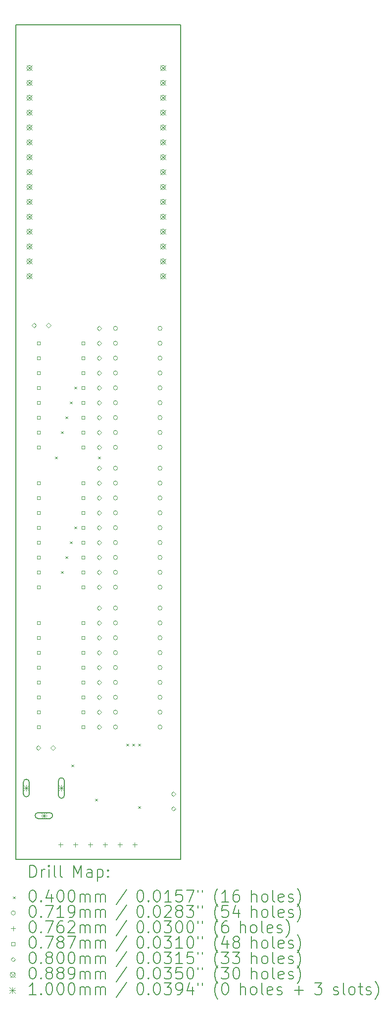
<source format=gbr>
%TF.GenerationSoftware,KiCad,Pcbnew,(7.0.0)*%
%TF.CreationDate,2023-05-15T22:46:26-04:00*%
%TF.ProjectId,clockPCB,636c6f63-6b50-4434-922e-6b696361645f,rev?*%
%TF.SameCoordinates,Original*%
%TF.FileFunction,Drillmap*%
%TF.FilePolarity,Positive*%
%FSLAX45Y45*%
G04 Gerber Fmt 4.5, Leading zero omitted, Abs format (unit mm)*
G04 Created by KiCad (PCBNEW (7.0.0)) date 2023-05-15 22:46:26*
%MOMM*%
%LPD*%
G01*
G04 APERTURE LIST*
%ADD10C,0.200000*%
%ADD11C,0.040000*%
%ADD12C,0.071907*%
%ADD13C,0.076200*%
%ADD14C,0.078740*%
%ADD15C,0.080000*%
%ADD16C,0.088900*%
%ADD17C,0.100000*%
G04 APERTURE END LIST*
D10*
X12192000Y-1619250D02*
X15011400Y-1619250D01*
X15011400Y-1619250D02*
X15011400Y-15868650D01*
X15011400Y-15868650D02*
X12192000Y-15868650D01*
X12192000Y-15868650D02*
X12192000Y-1619250D01*
D11*
X12857800Y-8990650D02*
X12897800Y-9030650D01*
X12897800Y-8990650D02*
X12857800Y-9030650D01*
X12959400Y-8558850D02*
X12999400Y-8598850D01*
X12999400Y-8558850D02*
X12959400Y-8598850D01*
X12959400Y-10946450D02*
X12999400Y-10986450D01*
X12999400Y-10946450D02*
X12959400Y-10986450D01*
X13035600Y-8304850D02*
X13075600Y-8344850D01*
X13075600Y-8304850D02*
X13035600Y-8344850D01*
X13035600Y-10692450D02*
X13075600Y-10732450D01*
X13075600Y-10692450D02*
X13035600Y-10732450D01*
X13111800Y-8050850D02*
X13151800Y-8090850D01*
X13151800Y-8050850D02*
X13111800Y-8090850D01*
X13111800Y-10438450D02*
X13151800Y-10478450D01*
X13151800Y-10438450D02*
X13111800Y-10478450D01*
X13137200Y-14248450D02*
X13177200Y-14288450D01*
X13177200Y-14248450D02*
X13137200Y-14288450D01*
X13188000Y-7796850D02*
X13228000Y-7836850D01*
X13228000Y-7796850D02*
X13188000Y-7836850D01*
X13188000Y-10184450D02*
X13228000Y-10224450D01*
X13228000Y-10184450D02*
X13188000Y-10224450D01*
X13543600Y-14832650D02*
X13583600Y-14872650D01*
X13583600Y-14832650D02*
X13543600Y-14872650D01*
X13594400Y-8990650D02*
X13634400Y-9030650D01*
X13634400Y-8990650D02*
X13594400Y-9030650D01*
X14077000Y-13892850D02*
X14117000Y-13932850D01*
X14117000Y-13892850D02*
X14077000Y-13932850D01*
X14178600Y-13892850D02*
X14218600Y-13932850D01*
X14218600Y-13892850D02*
X14178600Y-13932850D01*
X14280200Y-13892850D02*
X14320200Y-13932850D01*
X14320200Y-13892850D02*
X14280200Y-13932850D01*
X14280200Y-14959650D02*
X14320200Y-14999650D01*
X14320200Y-14959650D02*
X14280200Y-14999650D01*
D12*
X13929754Y-6800850D02*
G75*
G03*
X13929754Y-6800850I-35954J0D01*
G01*
X13929754Y-7054850D02*
G75*
G03*
X13929754Y-7054850I-35954J0D01*
G01*
X13929754Y-7308850D02*
G75*
G03*
X13929754Y-7308850I-35954J0D01*
G01*
X13929754Y-7562850D02*
G75*
G03*
X13929754Y-7562850I-35954J0D01*
G01*
X13929754Y-7816850D02*
G75*
G03*
X13929754Y-7816850I-35954J0D01*
G01*
X13929754Y-8070850D02*
G75*
G03*
X13929754Y-8070850I-35954J0D01*
G01*
X13929754Y-8324850D02*
G75*
G03*
X13929754Y-8324850I-35954J0D01*
G01*
X13929754Y-8578850D02*
G75*
G03*
X13929754Y-8578850I-35954J0D01*
G01*
X13929754Y-8832850D02*
G75*
G03*
X13929754Y-8832850I-35954J0D01*
G01*
X13929754Y-9188450D02*
G75*
G03*
X13929754Y-9188450I-35954J0D01*
G01*
X13929754Y-9442450D02*
G75*
G03*
X13929754Y-9442450I-35954J0D01*
G01*
X13929754Y-9696450D02*
G75*
G03*
X13929754Y-9696450I-35954J0D01*
G01*
X13929754Y-9950450D02*
G75*
G03*
X13929754Y-9950450I-35954J0D01*
G01*
X13929754Y-10204450D02*
G75*
G03*
X13929754Y-10204450I-35954J0D01*
G01*
X13929754Y-10458450D02*
G75*
G03*
X13929754Y-10458450I-35954J0D01*
G01*
X13929754Y-10712450D02*
G75*
G03*
X13929754Y-10712450I-35954J0D01*
G01*
X13929754Y-10966450D02*
G75*
G03*
X13929754Y-10966450I-35954J0D01*
G01*
X13929754Y-11220450D02*
G75*
G03*
X13929754Y-11220450I-35954J0D01*
G01*
X13929754Y-11576050D02*
G75*
G03*
X13929754Y-11576050I-35954J0D01*
G01*
X13929754Y-11830050D02*
G75*
G03*
X13929754Y-11830050I-35954J0D01*
G01*
X13929754Y-12084050D02*
G75*
G03*
X13929754Y-12084050I-35954J0D01*
G01*
X13929754Y-12338050D02*
G75*
G03*
X13929754Y-12338050I-35954J0D01*
G01*
X13929754Y-12592050D02*
G75*
G03*
X13929754Y-12592050I-35954J0D01*
G01*
X13929754Y-12846050D02*
G75*
G03*
X13929754Y-12846050I-35954J0D01*
G01*
X13929754Y-13100050D02*
G75*
G03*
X13929754Y-13100050I-35954J0D01*
G01*
X13929754Y-13354050D02*
G75*
G03*
X13929754Y-13354050I-35954J0D01*
G01*
X13929754Y-13608050D02*
G75*
G03*
X13929754Y-13608050I-35954J0D01*
G01*
X14691754Y-6800850D02*
G75*
G03*
X14691754Y-6800850I-35954J0D01*
G01*
X14691754Y-7054850D02*
G75*
G03*
X14691754Y-7054850I-35954J0D01*
G01*
X14691754Y-7308850D02*
G75*
G03*
X14691754Y-7308850I-35954J0D01*
G01*
X14691754Y-7562850D02*
G75*
G03*
X14691754Y-7562850I-35954J0D01*
G01*
X14691754Y-7816850D02*
G75*
G03*
X14691754Y-7816850I-35954J0D01*
G01*
X14691754Y-8070850D02*
G75*
G03*
X14691754Y-8070850I-35954J0D01*
G01*
X14691754Y-8324850D02*
G75*
G03*
X14691754Y-8324850I-35954J0D01*
G01*
X14691754Y-8578850D02*
G75*
G03*
X14691754Y-8578850I-35954J0D01*
G01*
X14691754Y-8832850D02*
G75*
G03*
X14691754Y-8832850I-35954J0D01*
G01*
X14691754Y-9188450D02*
G75*
G03*
X14691754Y-9188450I-35954J0D01*
G01*
X14691754Y-9442450D02*
G75*
G03*
X14691754Y-9442450I-35954J0D01*
G01*
X14691754Y-9696450D02*
G75*
G03*
X14691754Y-9696450I-35954J0D01*
G01*
X14691754Y-9950450D02*
G75*
G03*
X14691754Y-9950450I-35954J0D01*
G01*
X14691754Y-10204450D02*
G75*
G03*
X14691754Y-10204450I-35954J0D01*
G01*
X14691754Y-10458450D02*
G75*
G03*
X14691754Y-10458450I-35954J0D01*
G01*
X14691754Y-10712450D02*
G75*
G03*
X14691754Y-10712450I-35954J0D01*
G01*
X14691754Y-10966450D02*
G75*
G03*
X14691754Y-10966450I-35954J0D01*
G01*
X14691754Y-11220450D02*
G75*
G03*
X14691754Y-11220450I-35954J0D01*
G01*
X14691754Y-11576050D02*
G75*
G03*
X14691754Y-11576050I-35954J0D01*
G01*
X14691754Y-11830050D02*
G75*
G03*
X14691754Y-11830050I-35954J0D01*
G01*
X14691754Y-12084050D02*
G75*
G03*
X14691754Y-12084050I-35954J0D01*
G01*
X14691754Y-12338050D02*
G75*
G03*
X14691754Y-12338050I-35954J0D01*
G01*
X14691754Y-12592050D02*
G75*
G03*
X14691754Y-12592050I-35954J0D01*
G01*
X14691754Y-12846050D02*
G75*
G03*
X14691754Y-12846050I-35954J0D01*
G01*
X14691754Y-13100050D02*
G75*
G03*
X14691754Y-13100050I-35954J0D01*
G01*
X14691754Y-13354050D02*
G75*
G03*
X14691754Y-13354050I-35954J0D01*
G01*
X14691754Y-13608050D02*
G75*
G03*
X14691754Y-13608050I-35954J0D01*
G01*
D13*
X12954000Y-15576550D02*
X12954000Y-15652750D01*
X12915900Y-15614650D02*
X12992100Y-15614650D01*
X13208000Y-15576550D02*
X13208000Y-15652750D01*
X13169900Y-15614650D02*
X13246100Y-15614650D01*
X13462000Y-15576550D02*
X13462000Y-15652750D01*
X13423900Y-15614650D02*
X13500100Y-15614650D01*
X13716000Y-15576550D02*
X13716000Y-15652750D01*
X13677900Y-15614650D02*
X13754100Y-15614650D01*
X13970000Y-15576550D02*
X13970000Y-15652750D01*
X13931900Y-15614650D02*
X14008100Y-15614650D01*
X14224000Y-15576550D02*
X14224000Y-15652750D01*
X14185900Y-15614650D02*
X14262100Y-15614650D01*
D14*
X12607189Y-7082689D02*
X12607189Y-7027011D01*
X12551511Y-7027011D01*
X12551511Y-7082689D01*
X12607189Y-7082689D01*
X12607189Y-7336689D02*
X12607189Y-7281011D01*
X12551511Y-7281011D01*
X12551511Y-7336689D01*
X12607189Y-7336689D01*
X12607189Y-7590689D02*
X12607189Y-7535011D01*
X12551511Y-7535011D01*
X12551511Y-7590689D01*
X12607189Y-7590689D01*
X12607189Y-7844689D02*
X12607189Y-7789011D01*
X12551511Y-7789011D01*
X12551511Y-7844689D01*
X12607189Y-7844689D01*
X12607189Y-8098689D02*
X12607189Y-8043011D01*
X12551511Y-8043011D01*
X12551511Y-8098689D01*
X12607189Y-8098689D01*
X12607189Y-8352689D02*
X12607189Y-8297011D01*
X12551511Y-8297011D01*
X12551511Y-8352689D01*
X12607189Y-8352689D01*
X12607189Y-8606689D02*
X12607189Y-8551011D01*
X12551511Y-8551011D01*
X12551511Y-8606689D01*
X12607189Y-8606689D01*
X12607189Y-8860689D02*
X12607189Y-8805011D01*
X12551511Y-8805011D01*
X12551511Y-8860689D01*
X12607189Y-8860689D01*
X12607189Y-9470289D02*
X12607189Y-9414611D01*
X12551511Y-9414611D01*
X12551511Y-9470289D01*
X12607189Y-9470289D01*
X12607189Y-9724289D02*
X12607189Y-9668611D01*
X12551511Y-9668611D01*
X12551511Y-9724289D01*
X12607189Y-9724289D01*
X12607189Y-9978289D02*
X12607189Y-9922611D01*
X12551511Y-9922611D01*
X12551511Y-9978289D01*
X12607189Y-9978289D01*
X12607189Y-10232289D02*
X12607189Y-10176611D01*
X12551511Y-10176611D01*
X12551511Y-10232289D01*
X12607189Y-10232289D01*
X12607189Y-10486289D02*
X12607189Y-10430611D01*
X12551511Y-10430611D01*
X12551511Y-10486289D01*
X12607189Y-10486289D01*
X12607189Y-10740289D02*
X12607189Y-10684611D01*
X12551511Y-10684611D01*
X12551511Y-10740289D01*
X12607189Y-10740289D01*
X12607189Y-10994289D02*
X12607189Y-10938611D01*
X12551511Y-10938611D01*
X12551511Y-10994289D01*
X12607189Y-10994289D01*
X12607189Y-11248289D02*
X12607189Y-11192611D01*
X12551511Y-11192611D01*
X12551511Y-11248289D01*
X12607189Y-11248289D01*
X12607189Y-11857889D02*
X12607189Y-11802211D01*
X12551511Y-11802211D01*
X12551511Y-11857889D01*
X12607189Y-11857889D01*
X12607189Y-12111889D02*
X12607189Y-12056211D01*
X12551511Y-12056211D01*
X12551511Y-12111889D01*
X12607189Y-12111889D01*
X12607189Y-12365889D02*
X12607189Y-12310211D01*
X12551511Y-12310211D01*
X12551511Y-12365889D01*
X12607189Y-12365889D01*
X12607189Y-12619889D02*
X12607189Y-12564211D01*
X12551511Y-12564211D01*
X12551511Y-12619889D01*
X12607189Y-12619889D01*
X12607189Y-12873889D02*
X12607189Y-12818211D01*
X12551511Y-12818211D01*
X12551511Y-12873889D01*
X12607189Y-12873889D01*
X12607189Y-13127889D02*
X12607189Y-13072211D01*
X12551511Y-13072211D01*
X12551511Y-13127889D01*
X12607189Y-13127889D01*
X12607189Y-13381889D02*
X12607189Y-13326211D01*
X12551511Y-13326211D01*
X12551511Y-13381889D01*
X12607189Y-13381889D01*
X12607189Y-13635889D02*
X12607189Y-13580211D01*
X12551511Y-13580211D01*
X12551511Y-13635889D01*
X12607189Y-13635889D01*
X13369189Y-7082689D02*
X13369189Y-7027011D01*
X13313511Y-7027011D01*
X13313511Y-7082689D01*
X13369189Y-7082689D01*
X13369189Y-7336689D02*
X13369189Y-7281011D01*
X13313511Y-7281011D01*
X13313511Y-7336689D01*
X13369189Y-7336689D01*
X13369189Y-7590689D02*
X13369189Y-7535011D01*
X13313511Y-7535011D01*
X13313511Y-7590689D01*
X13369189Y-7590689D01*
X13369189Y-7844689D02*
X13369189Y-7789011D01*
X13313511Y-7789011D01*
X13313511Y-7844689D01*
X13369189Y-7844689D01*
X13369189Y-8098689D02*
X13369189Y-8043011D01*
X13313511Y-8043011D01*
X13313511Y-8098689D01*
X13369189Y-8098689D01*
X13369189Y-8352689D02*
X13369189Y-8297011D01*
X13313511Y-8297011D01*
X13313511Y-8352689D01*
X13369189Y-8352689D01*
X13369189Y-8606689D02*
X13369189Y-8551011D01*
X13313511Y-8551011D01*
X13313511Y-8606689D01*
X13369189Y-8606689D01*
X13369189Y-8860689D02*
X13369189Y-8805011D01*
X13313511Y-8805011D01*
X13313511Y-8860689D01*
X13369189Y-8860689D01*
X13369189Y-9470289D02*
X13369189Y-9414611D01*
X13313511Y-9414611D01*
X13313511Y-9470289D01*
X13369189Y-9470289D01*
X13369189Y-9724289D02*
X13369189Y-9668611D01*
X13313511Y-9668611D01*
X13313511Y-9724289D01*
X13369189Y-9724289D01*
X13369189Y-9978289D02*
X13369189Y-9922611D01*
X13313511Y-9922611D01*
X13313511Y-9978289D01*
X13369189Y-9978289D01*
X13369189Y-10232289D02*
X13369189Y-10176611D01*
X13313511Y-10176611D01*
X13313511Y-10232289D01*
X13369189Y-10232289D01*
X13369189Y-10486289D02*
X13369189Y-10430611D01*
X13313511Y-10430611D01*
X13313511Y-10486289D01*
X13369189Y-10486289D01*
X13369189Y-10740289D02*
X13369189Y-10684611D01*
X13313511Y-10684611D01*
X13313511Y-10740289D01*
X13369189Y-10740289D01*
X13369189Y-10994289D02*
X13369189Y-10938611D01*
X13313511Y-10938611D01*
X13313511Y-10994289D01*
X13369189Y-10994289D01*
X13369189Y-11248289D02*
X13369189Y-11192611D01*
X13313511Y-11192611D01*
X13313511Y-11248289D01*
X13369189Y-11248289D01*
X13369189Y-11857889D02*
X13369189Y-11802211D01*
X13313511Y-11802211D01*
X13313511Y-11857889D01*
X13369189Y-11857889D01*
X13369189Y-12111889D02*
X13369189Y-12056211D01*
X13313511Y-12056211D01*
X13313511Y-12111889D01*
X13369189Y-12111889D01*
X13369189Y-12365889D02*
X13369189Y-12310211D01*
X13313511Y-12310211D01*
X13313511Y-12365889D01*
X13369189Y-12365889D01*
X13369189Y-12619889D02*
X13369189Y-12564211D01*
X13313511Y-12564211D01*
X13313511Y-12619889D01*
X13369189Y-12619889D01*
X13369189Y-12873889D02*
X13369189Y-12818211D01*
X13313511Y-12818211D01*
X13313511Y-12873889D01*
X13369189Y-12873889D01*
X13369189Y-13127889D02*
X13369189Y-13072211D01*
X13313511Y-13072211D01*
X13313511Y-13127889D01*
X13369189Y-13127889D01*
X13369189Y-13381889D02*
X13369189Y-13326211D01*
X13313511Y-13326211D01*
X13313511Y-13381889D01*
X13369189Y-13381889D01*
X13369189Y-13635889D02*
X13369189Y-13580211D01*
X13313511Y-13580211D01*
X13313511Y-13635889D01*
X13369189Y-13635889D01*
D15*
X12498800Y-6790050D02*
X12538800Y-6750050D01*
X12498800Y-6710050D01*
X12458800Y-6750050D01*
X12498800Y-6790050D01*
X12573000Y-14003650D02*
X12613000Y-13963650D01*
X12573000Y-13923650D01*
X12533000Y-13963650D01*
X12573000Y-14003650D01*
X12748800Y-6790050D02*
X12788800Y-6750050D01*
X12748800Y-6710050D01*
X12708800Y-6750050D01*
X12748800Y-6790050D01*
X12823000Y-14003650D02*
X12863000Y-13963650D01*
X12823000Y-13923650D01*
X12783000Y-13963650D01*
X12823000Y-14003650D01*
X13614400Y-6840850D02*
X13654400Y-6800850D01*
X13614400Y-6760850D01*
X13574400Y-6800850D01*
X13614400Y-6840850D01*
X13614400Y-7094850D02*
X13654400Y-7054850D01*
X13614400Y-7014850D01*
X13574400Y-7054850D01*
X13614400Y-7094850D01*
X13614400Y-7348850D02*
X13654400Y-7308850D01*
X13614400Y-7268850D01*
X13574400Y-7308850D01*
X13614400Y-7348850D01*
X13614400Y-7602850D02*
X13654400Y-7562850D01*
X13614400Y-7522850D01*
X13574400Y-7562850D01*
X13614400Y-7602850D01*
X13614400Y-7856850D02*
X13654400Y-7816850D01*
X13614400Y-7776850D01*
X13574400Y-7816850D01*
X13614400Y-7856850D01*
X13614400Y-8110850D02*
X13654400Y-8070850D01*
X13614400Y-8030850D01*
X13574400Y-8070850D01*
X13614400Y-8110850D01*
X13614400Y-8364850D02*
X13654400Y-8324850D01*
X13614400Y-8284850D01*
X13574400Y-8324850D01*
X13614400Y-8364850D01*
X13614400Y-8618850D02*
X13654400Y-8578850D01*
X13614400Y-8538850D01*
X13574400Y-8578850D01*
X13614400Y-8618850D01*
X13614400Y-8872850D02*
X13654400Y-8832850D01*
X13614400Y-8792850D01*
X13574400Y-8832850D01*
X13614400Y-8872850D01*
X13614400Y-9228450D02*
X13654400Y-9188450D01*
X13614400Y-9148450D01*
X13574400Y-9188450D01*
X13614400Y-9228450D01*
X13614400Y-9482450D02*
X13654400Y-9442450D01*
X13614400Y-9402450D01*
X13574400Y-9442450D01*
X13614400Y-9482450D01*
X13614400Y-9736450D02*
X13654400Y-9696450D01*
X13614400Y-9656450D01*
X13574400Y-9696450D01*
X13614400Y-9736450D01*
X13614400Y-9990450D02*
X13654400Y-9950450D01*
X13614400Y-9910450D01*
X13574400Y-9950450D01*
X13614400Y-9990450D01*
X13614400Y-10244450D02*
X13654400Y-10204450D01*
X13614400Y-10164450D01*
X13574400Y-10204450D01*
X13614400Y-10244450D01*
X13614400Y-10498450D02*
X13654400Y-10458450D01*
X13614400Y-10418450D01*
X13574400Y-10458450D01*
X13614400Y-10498450D01*
X13614400Y-10752450D02*
X13654400Y-10712450D01*
X13614400Y-10672450D01*
X13574400Y-10712450D01*
X13614400Y-10752450D01*
X13614400Y-11006450D02*
X13654400Y-10966450D01*
X13614400Y-10926450D01*
X13574400Y-10966450D01*
X13614400Y-11006450D01*
X13614400Y-11260450D02*
X13654400Y-11220450D01*
X13614400Y-11180450D01*
X13574400Y-11220450D01*
X13614400Y-11260450D01*
X13614400Y-11616050D02*
X13654400Y-11576050D01*
X13614400Y-11536050D01*
X13574400Y-11576050D01*
X13614400Y-11616050D01*
X13614400Y-11870050D02*
X13654400Y-11830050D01*
X13614400Y-11790050D01*
X13574400Y-11830050D01*
X13614400Y-11870050D01*
X13614400Y-12124050D02*
X13654400Y-12084050D01*
X13614400Y-12044050D01*
X13574400Y-12084050D01*
X13614400Y-12124050D01*
X13614400Y-12378050D02*
X13654400Y-12338050D01*
X13614400Y-12298050D01*
X13574400Y-12338050D01*
X13614400Y-12378050D01*
X13614400Y-12632050D02*
X13654400Y-12592050D01*
X13614400Y-12552050D01*
X13574400Y-12592050D01*
X13614400Y-12632050D01*
X13614400Y-12886050D02*
X13654400Y-12846050D01*
X13614400Y-12806050D01*
X13574400Y-12846050D01*
X13614400Y-12886050D01*
X13614400Y-13140050D02*
X13654400Y-13100050D01*
X13614400Y-13060050D01*
X13574400Y-13100050D01*
X13614400Y-13140050D01*
X13614400Y-13394050D02*
X13654400Y-13354050D01*
X13614400Y-13314050D01*
X13574400Y-13354050D01*
X13614400Y-13394050D01*
X13614400Y-13648050D02*
X13654400Y-13608050D01*
X13614400Y-13568050D01*
X13574400Y-13608050D01*
X13614400Y-13648050D01*
X14884400Y-14791050D02*
X14924400Y-14751050D01*
X14884400Y-14711050D01*
X14844400Y-14751050D01*
X14884400Y-14791050D01*
X14884400Y-15041050D02*
X14924400Y-15001050D01*
X14884400Y-14961050D01*
X14844400Y-15001050D01*
X14884400Y-15041050D01*
D16*
X12376150Y-2311400D02*
X12465050Y-2400300D01*
X12465050Y-2311400D02*
X12376150Y-2400300D01*
X12465050Y-2355850D02*
G75*
G03*
X12465050Y-2355850I-44450J0D01*
G01*
X12376150Y-2565400D02*
X12465050Y-2654300D01*
X12465050Y-2565400D02*
X12376150Y-2654300D01*
X12465050Y-2609850D02*
G75*
G03*
X12465050Y-2609850I-44450J0D01*
G01*
X12376150Y-2819400D02*
X12465050Y-2908300D01*
X12465050Y-2819400D02*
X12376150Y-2908300D01*
X12465050Y-2863850D02*
G75*
G03*
X12465050Y-2863850I-44450J0D01*
G01*
X12376150Y-3073400D02*
X12465050Y-3162300D01*
X12465050Y-3073400D02*
X12376150Y-3162300D01*
X12465050Y-3117850D02*
G75*
G03*
X12465050Y-3117850I-44450J0D01*
G01*
X12376150Y-3327400D02*
X12465050Y-3416300D01*
X12465050Y-3327400D02*
X12376150Y-3416300D01*
X12465050Y-3371850D02*
G75*
G03*
X12465050Y-3371850I-44450J0D01*
G01*
X12376150Y-3581400D02*
X12465050Y-3670300D01*
X12465050Y-3581400D02*
X12376150Y-3670300D01*
X12465050Y-3625850D02*
G75*
G03*
X12465050Y-3625850I-44450J0D01*
G01*
X12376150Y-3835400D02*
X12465050Y-3924300D01*
X12465050Y-3835400D02*
X12376150Y-3924300D01*
X12465050Y-3879850D02*
G75*
G03*
X12465050Y-3879850I-44450J0D01*
G01*
X12376150Y-4089400D02*
X12465050Y-4178300D01*
X12465050Y-4089400D02*
X12376150Y-4178300D01*
X12465050Y-4133850D02*
G75*
G03*
X12465050Y-4133850I-44450J0D01*
G01*
X12376150Y-4343400D02*
X12465050Y-4432300D01*
X12465050Y-4343400D02*
X12376150Y-4432300D01*
X12465050Y-4387850D02*
G75*
G03*
X12465050Y-4387850I-44450J0D01*
G01*
X12376150Y-4597400D02*
X12465050Y-4686300D01*
X12465050Y-4597400D02*
X12376150Y-4686300D01*
X12465050Y-4641850D02*
G75*
G03*
X12465050Y-4641850I-44450J0D01*
G01*
X12376150Y-4851400D02*
X12465050Y-4940300D01*
X12465050Y-4851400D02*
X12376150Y-4940300D01*
X12465050Y-4895850D02*
G75*
G03*
X12465050Y-4895850I-44450J0D01*
G01*
X12376150Y-5105400D02*
X12465050Y-5194300D01*
X12465050Y-5105400D02*
X12376150Y-5194300D01*
X12465050Y-5149850D02*
G75*
G03*
X12465050Y-5149850I-44450J0D01*
G01*
X12376150Y-5359400D02*
X12465050Y-5448300D01*
X12465050Y-5359400D02*
X12376150Y-5448300D01*
X12465050Y-5403850D02*
G75*
G03*
X12465050Y-5403850I-44450J0D01*
G01*
X12376150Y-5613400D02*
X12465050Y-5702300D01*
X12465050Y-5613400D02*
X12376150Y-5702300D01*
X12465050Y-5657850D02*
G75*
G03*
X12465050Y-5657850I-44450J0D01*
G01*
X12376150Y-5867400D02*
X12465050Y-5956300D01*
X12465050Y-5867400D02*
X12376150Y-5956300D01*
X12465050Y-5911850D02*
G75*
G03*
X12465050Y-5911850I-44450J0D01*
G01*
X14662150Y-2311400D02*
X14751050Y-2400300D01*
X14751050Y-2311400D02*
X14662150Y-2400300D01*
X14751050Y-2355850D02*
G75*
G03*
X14751050Y-2355850I-44450J0D01*
G01*
X14662150Y-2565400D02*
X14751050Y-2654300D01*
X14751050Y-2565400D02*
X14662150Y-2654300D01*
X14751050Y-2609850D02*
G75*
G03*
X14751050Y-2609850I-44450J0D01*
G01*
X14662150Y-2819400D02*
X14751050Y-2908300D01*
X14751050Y-2819400D02*
X14662150Y-2908300D01*
X14751050Y-2863850D02*
G75*
G03*
X14751050Y-2863850I-44450J0D01*
G01*
X14662150Y-3073400D02*
X14751050Y-3162300D01*
X14751050Y-3073400D02*
X14662150Y-3162300D01*
X14751050Y-3117850D02*
G75*
G03*
X14751050Y-3117850I-44450J0D01*
G01*
X14662150Y-3327400D02*
X14751050Y-3416300D01*
X14751050Y-3327400D02*
X14662150Y-3416300D01*
X14751050Y-3371850D02*
G75*
G03*
X14751050Y-3371850I-44450J0D01*
G01*
X14662150Y-3581400D02*
X14751050Y-3670300D01*
X14751050Y-3581400D02*
X14662150Y-3670300D01*
X14751050Y-3625850D02*
G75*
G03*
X14751050Y-3625850I-44450J0D01*
G01*
X14662150Y-3835400D02*
X14751050Y-3924300D01*
X14751050Y-3835400D02*
X14662150Y-3924300D01*
X14751050Y-3879850D02*
G75*
G03*
X14751050Y-3879850I-44450J0D01*
G01*
X14662150Y-4089400D02*
X14751050Y-4178300D01*
X14751050Y-4089400D02*
X14662150Y-4178300D01*
X14751050Y-4133850D02*
G75*
G03*
X14751050Y-4133850I-44450J0D01*
G01*
X14662150Y-4343400D02*
X14751050Y-4432300D01*
X14751050Y-4343400D02*
X14662150Y-4432300D01*
X14751050Y-4387850D02*
G75*
G03*
X14751050Y-4387850I-44450J0D01*
G01*
X14662150Y-4597400D02*
X14751050Y-4686300D01*
X14751050Y-4597400D02*
X14662150Y-4686300D01*
X14751050Y-4641850D02*
G75*
G03*
X14751050Y-4641850I-44450J0D01*
G01*
X14662150Y-4851400D02*
X14751050Y-4940300D01*
X14751050Y-4851400D02*
X14662150Y-4940300D01*
X14751050Y-4895850D02*
G75*
G03*
X14751050Y-4895850I-44450J0D01*
G01*
X14662150Y-5105400D02*
X14751050Y-5194300D01*
X14751050Y-5105400D02*
X14662150Y-5194300D01*
X14751050Y-5149850D02*
G75*
G03*
X14751050Y-5149850I-44450J0D01*
G01*
X14662150Y-5359400D02*
X14751050Y-5448300D01*
X14751050Y-5359400D02*
X14662150Y-5448300D01*
X14751050Y-5403850D02*
G75*
G03*
X14751050Y-5403850I-44450J0D01*
G01*
X14662150Y-5613400D02*
X14751050Y-5702300D01*
X14751050Y-5613400D02*
X14662150Y-5702300D01*
X14751050Y-5657850D02*
G75*
G03*
X14751050Y-5657850I-44450J0D01*
G01*
X14662150Y-5867400D02*
X14751050Y-5956300D01*
X14751050Y-5867400D02*
X14662150Y-5956300D01*
X14751050Y-5911850D02*
G75*
G03*
X14751050Y-5911850I-44450J0D01*
G01*
D17*
X12319800Y-14599450D02*
X12419800Y-14699450D01*
X12419800Y-14599450D02*
X12319800Y-14699450D01*
X12369800Y-14599450D02*
X12369800Y-14699450D01*
X12319800Y-14649450D02*
X12419800Y-14649450D01*
D10*
X12419800Y-14749450D02*
X12419800Y-14549450D01*
X12419800Y-14549450D02*
G75*
G03*
X12319800Y-14549450I-50000J0D01*
G01*
X12319800Y-14549450D02*
X12319800Y-14749450D01*
X12319800Y-14749450D02*
G75*
G03*
X12419800Y-14749450I50000J0D01*
G01*
D17*
X12619800Y-15069450D02*
X12719800Y-15169450D01*
X12719800Y-15069450D02*
X12619800Y-15169450D01*
X12669800Y-15069450D02*
X12669800Y-15169450D01*
X12619800Y-15119450D02*
X12719800Y-15119450D01*
D10*
X12769800Y-15069450D02*
X12569800Y-15069450D01*
X12569800Y-15069450D02*
G75*
G03*
X12569800Y-15169450I0J-50000D01*
G01*
X12569800Y-15169450D02*
X12769800Y-15169450D01*
X12769800Y-15169450D02*
G75*
G03*
X12769800Y-15069450I0J50000D01*
G01*
D17*
X12919800Y-14599450D02*
X13019800Y-14699450D01*
X13019800Y-14599450D02*
X12919800Y-14699450D01*
X12969800Y-14599450D02*
X12969800Y-14699450D01*
X12919800Y-14649450D02*
X13019800Y-14649450D01*
D10*
X13019800Y-14774450D02*
X13019800Y-14524450D01*
X13019800Y-14524450D02*
G75*
G03*
X12919800Y-14524450I-50000J0D01*
G01*
X12919800Y-14524450D02*
X12919800Y-14774450D01*
X12919800Y-14774450D02*
G75*
G03*
X13019800Y-14774450I50000J0D01*
G01*
X12429619Y-16172126D02*
X12429619Y-15972126D01*
X12429619Y-15972126D02*
X12477238Y-15972126D01*
X12477238Y-15972126D02*
X12505809Y-15981650D01*
X12505809Y-15981650D02*
X12524857Y-16000698D01*
X12524857Y-16000698D02*
X12534381Y-16019745D01*
X12534381Y-16019745D02*
X12543905Y-16057840D01*
X12543905Y-16057840D02*
X12543905Y-16086412D01*
X12543905Y-16086412D02*
X12534381Y-16124507D01*
X12534381Y-16124507D02*
X12524857Y-16143555D01*
X12524857Y-16143555D02*
X12505809Y-16162602D01*
X12505809Y-16162602D02*
X12477238Y-16172126D01*
X12477238Y-16172126D02*
X12429619Y-16172126D01*
X12629619Y-16172126D02*
X12629619Y-16038793D01*
X12629619Y-16076888D02*
X12639143Y-16057840D01*
X12639143Y-16057840D02*
X12648667Y-16048317D01*
X12648667Y-16048317D02*
X12667714Y-16038793D01*
X12667714Y-16038793D02*
X12686762Y-16038793D01*
X12753428Y-16172126D02*
X12753428Y-16038793D01*
X12753428Y-15972126D02*
X12743905Y-15981650D01*
X12743905Y-15981650D02*
X12753428Y-15991174D01*
X12753428Y-15991174D02*
X12762952Y-15981650D01*
X12762952Y-15981650D02*
X12753428Y-15972126D01*
X12753428Y-15972126D02*
X12753428Y-15991174D01*
X12877238Y-16172126D02*
X12858190Y-16162602D01*
X12858190Y-16162602D02*
X12848667Y-16143555D01*
X12848667Y-16143555D02*
X12848667Y-15972126D01*
X12982000Y-16172126D02*
X12962952Y-16162602D01*
X12962952Y-16162602D02*
X12953428Y-16143555D01*
X12953428Y-16143555D02*
X12953428Y-15972126D01*
X13178190Y-16172126D02*
X13178190Y-15972126D01*
X13178190Y-15972126D02*
X13244857Y-16114983D01*
X13244857Y-16114983D02*
X13311524Y-15972126D01*
X13311524Y-15972126D02*
X13311524Y-16172126D01*
X13492476Y-16172126D02*
X13492476Y-16067364D01*
X13492476Y-16067364D02*
X13482952Y-16048317D01*
X13482952Y-16048317D02*
X13463905Y-16038793D01*
X13463905Y-16038793D02*
X13425809Y-16038793D01*
X13425809Y-16038793D02*
X13406762Y-16048317D01*
X13492476Y-16162602D02*
X13473428Y-16172126D01*
X13473428Y-16172126D02*
X13425809Y-16172126D01*
X13425809Y-16172126D02*
X13406762Y-16162602D01*
X13406762Y-16162602D02*
X13397238Y-16143555D01*
X13397238Y-16143555D02*
X13397238Y-16124507D01*
X13397238Y-16124507D02*
X13406762Y-16105459D01*
X13406762Y-16105459D02*
X13425809Y-16095936D01*
X13425809Y-16095936D02*
X13473428Y-16095936D01*
X13473428Y-16095936D02*
X13492476Y-16086412D01*
X13587714Y-16038793D02*
X13587714Y-16238793D01*
X13587714Y-16048317D02*
X13606762Y-16038793D01*
X13606762Y-16038793D02*
X13644857Y-16038793D01*
X13644857Y-16038793D02*
X13663905Y-16048317D01*
X13663905Y-16048317D02*
X13673428Y-16057840D01*
X13673428Y-16057840D02*
X13682952Y-16076888D01*
X13682952Y-16076888D02*
X13682952Y-16134031D01*
X13682952Y-16134031D02*
X13673428Y-16153078D01*
X13673428Y-16153078D02*
X13663905Y-16162602D01*
X13663905Y-16162602D02*
X13644857Y-16172126D01*
X13644857Y-16172126D02*
X13606762Y-16172126D01*
X13606762Y-16172126D02*
X13587714Y-16162602D01*
X13768667Y-16153078D02*
X13778190Y-16162602D01*
X13778190Y-16162602D02*
X13768667Y-16172126D01*
X13768667Y-16172126D02*
X13759143Y-16162602D01*
X13759143Y-16162602D02*
X13768667Y-16153078D01*
X13768667Y-16153078D02*
X13768667Y-16172126D01*
X13768667Y-16048317D02*
X13778190Y-16057840D01*
X13778190Y-16057840D02*
X13768667Y-16067364D01*
X13768667Y-16067364D02*
X13759143Y-16057840D01*
X13759143Y-16057840D02*
X13768667Y-16048317D01*
X13768667Y-16048317D02*
X13768667Y-16067364D01*
D11*
X12142000Y-16498650D02*
X12182000Y-16538650D01*
X12182000Y-16498650D02*
X12142000Y-16538650D01*
D10*
X12467714Y-16392126D02*
X12486762Y-16392126D01*
X12486762Y-16392126D02*
X12505809Y-16401650D01*
X12505809Y-16401650D02*
X12515333Y-16411174D01*
X12515333Y-16411174D02*
X12524857Y-16430221D01*
X12524857Y-16430221D02*
X12534381Y-16468317D01*
X12534381Y-16468317D02*
X12534381Y-16515936D01*
X12534381Y-16515936D02*
X12524857Y-16554031D01*
X12524857Y-16554031D02*
X12515333Y-16573078D01*
X12515333Y-16573078D02*
X12505809Y-16582602D01*
X12505809Y-16582602D02*
X12486762Y-16592126D01*
X12486762Y-16592126D02*
X12467714Y-16592126D01*
X12467714Y-16592126D02*
X12448667Y-16582602D01*
X12448667Y-16582602D02*
X12439143Y-16573078D01*
X12439143Y-16573078D02*
X12429619Y-16554031D01*
X12429619Y-16554031D02*
X12420095Y-16515936D01*
X12420095Y-16515936D02*
X12420095Y-16468317D01*
X12420095Y-16468317D02*
X12429619Y-16430221D01*
X12429619Y-16430221D02*
X12439143Y-16411174D01*
X12439143Y-16411174D02*
X12448667Y-16401650D01*
X12448667Y-16401650D02*
X12467714Y-16392126D01*
X12620095Y-16573078D02*
X12629619Y-16582602D01*
X12629619Y-16582602D02*
X12620095Y-16592126D01*
X12620095Y-16592126D02*
X12610571Y-16582602D01*
X12610571Y-16582602D02*
X12620095Y-16573078D01*
X12620095Y-16573078D02*
X12620095Y-16592126D01*
X12801048Y-16458793D02*
X12801048Y-16592126D01*
X12753428Y-16382602D02*
X12705809Y-16525459D01*
X12705809Y-16525459D02*
X12829619Y-16525459D01*
X12943905Y-16392126D02*
X12962952Y-16392126D01*
X12962952Y-16392126D02*
X12982000Y-16401650D01*
X12982000Y-16401650D02*
X12991524Y-16411174D01*
X12991524Y-16411174D02*
X13001048Y-16430221D01*
X13001048Y-16430221D02*
X13010571Y-16468317D01*
X13010571Y-16468317D02*
X13010571Y-16515936D01*
X13010571Y-16515936D02*
X13001048Y-16554031D01*
X13001048Y-16554031D02*
X12991524Y-16573078D01*
X12991524Y-16573078D02*
X12982000Y-16582602D01*
X12982000Y-16582602D02*
X12962952Y-16592126D01*
X12962952Y-16592126D02*
X12943905Y-16592126D01*
X12943905Y-16592126D02*
X12924857Y-16582602D01*
X12924857Y-16582602D02*
X12915333Y-16573078D01*
X12915333Y-16573078D02*
X12905809Y-16554031D01*
X12905809Y-16554031D02*
X12896286Y-16515936D01*
X12896286Y-16515936D02*
X12896286Y-16468317D01*
X12896286Y-16468317D02*
X12905809Y-16430221D01*
X12905809Y-16430221D02*
X12915333Y-16411174D01*
X12915333Y-16411174D02*
X12924857Y-16401650D01*
X12924857Y-16401650D02*
X12943905Y-16392126D01*
X13134381Y-16392126D02*
X13153429Y-16392126D01*
X13153429Y-16392126D02*
X13172476Y-16401650D01*
X13172476Y-16401650D02*
X13182000Y-16411174D01*
X13182000Y-16411174D02*
X13191524Y-16430221D01*
X13191524Y-16430221D02*
X13201048Y-16468317D01*
X13201048Y-16468317D02*
X13201048Y-16515936D01*
X13201048Y-16515936D02*
X13191524Y-16554031D01*
X13191524Y-16554031D02*
X13182000Y-16573078D01*
X13182000Y-16573078D02*
X13172476Y-16582602D01*
X13172476Y-16582602D02*
X13153429Y-16592126D01*
X13153429Y-16592126D02*
X13134381Y-16592126D01*
X13134381Y-16592126D02*
X13115333Y-16582602D01*
X13115333Y-16582602D02*
X13105809Y-16573078D01*
X13105809Y-16573078D02*
X13096286Y-16554031D01*
X13096286Y-16554031D02*
X13086762Y-16515936D01*
X13086762Y-16515936D02*
X13086762Y-16468317D01*
X13086762Y-16468317D02*
X13096286Y-16430221D01*
X13096286Y-16430221D02*
X13105809Y-16411174D01*
X13105809Y-16411174D02*
X13115333Y-16401650D01*
X13115333Y-16401650D02*
X13134381Y-16392126D01*
X13286762Y-16592126D02*
X13286762Y-16458793D01*
X13286762Y-16477840D02*
X13296286Y-16468317D01*
X13296286Y-16468317D02*
X13315333Y-16458793D01*
X13315333Y-16458793D02*
X13343905Y-16458793D01*
X13343905Y-16458793D02*
X13362952Y-16468317D01*
X13362952Y-16468317D02*
X13372476Y-16487364D01*
X13372476Y-16487364D02*
X13372476Y-16592126D01*
X13372476Y-16487364D02*
X13382000Y-16468317D01*
X13382000Y-16468317D02*
X13401048Y-16458793D01*
X13401048Y-16458793D02*
X13429619Y-16458793D01*
X13429619Y-16458793D02*
X13448667Y-16468317D01*
X13448667Y-16468317D02*
X13458190Y-16487364D01*
X13458190Y-16487364D02*
X13458190Y-16592126D01*
X13553429Y-16592126D02*
X13553429Y-16458793D01*
X13553429Y-16477840D02*
X13562952Y-16468317D01*
X13562952Y-16468317D02*
X13582000Y-16458793D01*
X13582000Y-16458793D02*
X13610571Y-16458793D01*
X13610571Y-16458793D02*
X13629619Y-16468317D01*
X13629619Y-16468317D02*
X13639143Y-16487364D01*
X13639143Y-16487364D02*
X13639143Y-16592126D01*
X13639143Y-16487364D02*
X13648667Y-16468317D01*
X13648667Y-16468317D02*
X13667714Y-16458793D01*
X13667714Y-16458793D02*
X13696286Y-16458793D01*
X13696286Y-16458793D02*
X13715333Y-16468317D01*
X13715333Y-16468317D02*
X13724857Y-16487364D01*
X13724857Y-16487364D02*
X13724857Y-16592126D01*
X14082952Y-16382602D02*
X13911524Y-16639745D01*
X14307714Y-16392126D02*
X14326762Y-16392126D01*
X14326762Y-16392126D02*
X14345810Y-16401650D01*
X14345810Y-16401650D02*
X14355333Y-16411174D01*
X14355333Y-16411174D02*
X14364857Y-16430221D01*
X14364857Y-16430221D02*
X14374381Y-16468317D01*
X14374381Y-16468317D02*
X14374381Y-16515936D01*
X14374381Y-16515936D02*
X14364857Y-16554031D01*
X14364857Y-16554031D02*
X14355333Y-16573078D01*
X14355333Y-16573078D02*
X14345810Y-16582602D01*
X14345810Y-16582602D02*
X14326762Y-16592126D01*
X14326762Y-16592126D02*
X14307714Y-16592126D01*
X14307714Y-16592126D02*
X14288667Y-16582602D01*
X14288667Y-16582602D02*
X14279143Y-16573078D01*
X14279143Y-16573078D02*
X14269619Y-16554031D01*
X14269619Y-16554031D02*
X14260095Y-16515936D01*
X14260095Y-16515936D02*
X14260095Y-16468317D01*
X14260095Y-16468317D02*
X14269619Y-16430221D01*
X14269619Y-16430221D02*
X14279143Y-16411174D01*
X14279143Y-16411174D02*
X14288667Y-16401650D01*
X14288667Y-16401650D02*
X14307714Y-16392126D01*
X14460095Y-16573078D02*
X14469619Y-16582602D01*
X14469619Y-16582602D02*
X14460095Y-16592126D01*
X14460095Y-16592126D02*
X14450571Y-16582602D01*
X14450571Y-16582602D02*
X14460095Y-16573078D01*
X14460095Y-16573078D02*
X14460095Y-16592126D01*
X14593429Y-16392126D02*
X14612476Y-16392126D01*
X14612476Y-16392126D02*
X14631524Y-16401650D01*
X14631524Y-16401650D02*
X14641048Y-16411174D01*
X14641048Y-16411174D02*
X14650571Y-16430221D01*
X14650571Y-16430221D02*
X14660095Y-16468317D01*
X14660095Y-16468317D02*
X14660095Y-16515936D01*
X14660095Y-16515936D02*
X14650571Y-16554031D01*
X14650571Y-16554031D02*
X14641048Y-16573078D01*
X14641048Y-16573078D02*
X14631524Y-16582602D01*
X14631524Y-16582602D02*
X14612476Y-16592126D01*
X14612476Y-16592126D02*
X14593429Y-16592126D01*
X14593429Y-16592126D02*
X14574381Y-16582602D01*
X14574381Y-16582602D02*
X14564857Y-16573078D01*
X14564857Y-16573078D02*
X14555333Y-16554031D01*
X14555333Y-16554031D02*
X14545810Y-16515936D01*
X14545810Y-16515936D02*
X14545810Y-16468317D01*
X14545810Y-16468317D02*
X14555333Y-16430221D01*
X14555333Y-16430221D02*
X14564857Y-16411174D01*
X14564857Y-16411174D02*
X14574381Y-16401650D01*
X14574381Y-16401650D02*
X14593429Y-16392126D01*
X14850571Y-16592126D02*
X14736286Y-16592126D01*
X14793429Y-16592126D02*
X14793429Y-16392126D01*
X14793429Y-16392126D02*
X14774381Y-16420698D01*
X14774381Y-16420698D02*
X14755333Y-16439745D01*
X14755333Y-16439745D02*
X14736286Y-16449269D01*
X15031524Y-16392126D02*
X14936286Y-16392126D01*
X14936286Y-16392126D02*
X14926762Y-16487364D01*
X14926762Y-16487364D02*
X14936286Y-16477840D01*
X14936286Y-16477840D02*
X14955333Y-16468317D01*
X14955333Y-16468317D02*
X15002952Y-16468317D01*
X15002952Y-16468317D02*
X15022000Y-16477840D01*
X15022000Y-16477840D02*
X15031524Y-16487364D01*
X15031524Y-16487364D02*
X15041048Y-16506412D01*
X15041048Y-16506412D02*
X15041048Y-16554031D01*
X15041048Y-16554031D02*
X15031524Y-16573078D01*
X15031524Y-16573078D02*
X15022000Y-16582602D01*
X15022000Y-16582602D02*
X15002952Y-16592126D01*
X15002952Y-16592126D02*
X14955333Y-16592126D01*
X14955333Y-16592126D02*
X14936286Y-16582602D01*
X14936286Y-16582602D02*
X14926762Y-16573078D01*
X15107714Y-16392126D02*
X15241048Y-16392126D01*
X15241048Y-16392126D02*
X15155333Y-16592126D01*
X15307714Y-16392126D02*
X15307714Y-16430221D01*
X15383905Y-16392126D02*
X15383905Y-16430221D01*
X15646762Y-16668317D02*
X15637238Y-16658793D01*
X15637238Y-16658793D02*
X15618191Y-16630221D01*
X15618191Y-16630221D02*
X15608667Y-16611174D01*
X15608667Y-16611174D02*
X15599143Y-16582602D01*
X15599143Y-16582602D02*
X15589619Y-16534983D01*
X15589619Y-16534983D02*
X15589619Y-16496888D01*
X15589619Y-16496888D02*
X15599143Y-16449269D01*
X15599143Y-16449269D02*
X15608667Y-16420698D01*
X15608667Y-16420698D02*
X15618191Y-16401650D01*
X15618191Y-16401650D02*
X15637238Y-16373078D01*
X15637238Y-16373078D02*
X15646762Y-16363555D01*
X15827714Y-16592126D02*
X15713429Y-16592126D01*
X15770571Y-16592126D02*
X15770571Y-16392126D01*
X15770571Y-16392126D02*
X15751524Y-16420698D01*
X15751524Y-16420698D02*
X15732476Y-16439745D01*
X15732476Y-16439745D02*
X15713429Y-16449269D01*
X15999143Y-16392126D02*
X15961048Y-16392126D01*
X15961048Y-16392126D02*
X15942000Y-16401650D01*
X15942000Y-16401650D02*
X15932476Y-16411174D01*
X15932476Y-16411174D02*
X15913429Y-16439745D01*
X15913429Y-16439745D02*
X15903905Y-16477840D01*
X15903905Y-16477840D02*
X15903905Y-16554031D01*
X15903905Y-16554031D02*
X15913429Y-16573078D01*
X15913429Y-16573078D02*
X15922952Y-16582602D01*
X15922952Y-16582602D02*
X15942000Y-16592126D01*
X15942000Y-16592126D02*
X15980095Y-16592126D01*
X15980095Y-16592126D02*
X15999143Y-16582602D01*
X15999143Y-16582602D02*
X16008667Y-16573078D01*
X16008667Y-16573078D02*
X16018191Y-16554031D01*
X16018191Y-16554031D02*
X16018191Y-16506412D01*
X16018191Y-16506412D02*
X16008667Y-16487364D01*
X16008667Y-16487364D02*
X15999143Y-16477840D01*
X15999143Y-16477840D02*
X15980095Y-16468317D01*
X15980095Y-16468317D02*
X15942000Y-16468317D01*
X15942000Y-16468317D02*
X15922952Y-16477840D01*
X15922952Y-16477840D02*
X15913429Y-16487364D01*
X15913429Y-16487364D02*
X15903905Y-16506412D01*
X16223905Y-16592126D02*
X16223905Y-16392126D01*
X16309619Y-16592126D02*
X16309619Y-16487364D01*
X16309619Y-16487364D02*
X16300095Y-16468317D01*
X16300095Y-16468317D02*
X16281048Y-16458793D01*
X16281048Y-16458793D02*
X16252476Y-16458793D01*
X16252476Y-16458793D02*
X16233429Y-16468317D01*
X16233429Y-16468317D02*
X16223905Y-16477840D01*
X16433429Y-16592126D02*
X16414381Y-16582602D01*
X16414381Y-16582602D02*
X16404857Y-16573078D01*
X16404857Y-16573078D02*
X16395333Y-16554031D01*
X16395333Y-16554031D02*
X16395333Y-16496888D01*
X16395333Y-16496888D02*
X16404857Y-16477840D01*
X16404857Y-16477840D02*
X16414381Y-16468317D01*
X16414381Y-16468317D02*
X16433429Y-16458793D01*
X16433429Y-16458793D02*
X16462000Y-16458793D01*
X16462000Y-16458793D02*
X16481048Y-16468317D01*
X16481048Y-16468317D02*
X16490572Y-16477840D01*
X16490572Y-16477840D02*
X16500095Y-16496888D01*
X16500095Y-16496888D02*
X16500095Y-16554031D01*
X16500095Y-16554031D02*
X16490572Y-16573078D01*
X16490572Y-16573078D02*
X16481048Y-16582602D01*
X16481048Y-16582602D02*
X16462000Y-16592126D01*
X16462000Y-16592126D02*
X16433429Y-16592126D01*
X16614381Y-16592126D02*
X16595333Y-16582602D01*
X16595333Y-16582602D02*
X16585810Y-16563555D01*
X16585810Y-16563555D02*
X16585810Y-16392126D01*
X16766762Y-16582602D02*
X16747714Y-16592126D01*
X16747714Y-16592126D02*
X16709619Y-16592126D01*
X16709619Y-16592126D02*
X16690572Y-16582602D01*
X16690572Y-16582602D02*
X16681048Y-16563555D01*
X16681048Y-16563555D02*
X16681048Y-16487364D01*
X16681048Y-16487364D02*
X16690572Y-16468317D01*
X16690572Y-16468317D02*
X16709619Y-16458793D01*
X16709619Y-16458793D02*
X16747714Y-16458793D01*
X16747714Y-16458793D02*
X16766762Y-16468317D01*
X16766762Y-16468317D02*
X16776286Y-16487364D01*
X16776286Y-16487364D02*
X16776286Y-16506412D01*
X16776286Y-16506412D02*
X16681048Y-16525459D01*
X16852476Y-16582602D02*
X16871524Y-16592126D01*
X16871524Y-16592126D02*
X16909619Y-16592126D01*
X16909619Y-16592126D02*
X16928667Y-16582602D01*
X16928667Y-16582602D02*
X16938191Y-16563555D01*
X16938191Y-16563555D02*
X16938191Y-16554031D01*
X16938191Y-16554031D02*
X16928667Y-16534983D01*
X16928667Y-16534983D02*
X16909619Y-16525459D01*
X16909619Y-16525459D02*
X16881048Y-16525459D01*
X16881048Y-16525459D02*
X16862000Y-16515936D01*
X16862000Y-16515936D02*
X16852476Y-16496888D01*
X16852476Y-16496888D02*
X16852476Y-16487364D01*
X16852476Y-16487364D02*
X16862000Y-16468317D01*
X16862000Y-16468317D02*
X16881048Y-16458793D01*
X16881048Y-16458793D02*
X16909619Y-16458793D01*
X16909619Y-16458793D02*
X16928667Y-16468317D01*
X17004857Y-16668317D02*
X17014381Y-16658793D01*
X17014381Y-16658793D02*
X17033429Y-16630221D01*
X17033429Y-16630221D02*
X17042953Y-16611174D01*
X17042953Y-16611174D02*
X17052476Y-16582602D01*
X17052476Y-16582602D02*
X17062000Y-16534983D01*
X17062000Y-16534983D02*
X17062000Y-16496888D01*
X17062000Y-16496888D02*
X17052476Y-16449269D01*
X17052476Y-16449269D02*
X17042953Y-16420698D01*
X17042953Y-16420698D02*
X17033429Y-16401650D01*
X17033429Y-16401650D02*
X17014381Y-16373078D01*
X17014381Y-16373078D02*
X17004857Y-16363555D01*
D12*
X12182000Y-16782650D02*
G75*
G03*
X12182000Y-16782650I-35954J0D01*
G01*
D10*
X12467714Y-16656126D02*
X12486762Y-16656126D01*
X12486762Y-16656126D02*
X12505809Y-16665650D01*
X12505809Y-16665650D02*
X12515333Y-16675174D01*
X12515333Y-16675174D02*
X12524857Y-16694221D01*
X12524857Y-16694221D02*
X12534381Y-16732317D01*
X12534381Y-16732317D02*
X12534381Y-16779936D01*
X12534381Y-16779936D02*
X12524857Y-16818031D01*
X12524857Y-16818031D02*
X12515333Y-16837079D01*
X12515333Y-16837079D02*
X12505809Y-16846602D01*
X12505809Y-16846602D02*
X12486762Y-16856126D01*
X12486762Y-16856126D02*
X12467714Y-16856126D01*
X12467714Y-16856126D02*
X12448667Y-16846602D01*
X12448667Y-16846602D02*
X12439143Y-16837079D01*
X12439143Y-16837079D02*
X12429619Y-16818031D01*
X12429619Y-16818031D02*
X12420095Y-16779936D01*
X12420095Y-16779936D02*
X12420095Y-16732317D01*
X12420095Y-16732317D02*
X12429619Y-16694221D01*
X12429619Y-16694221D02*
X12439143Y-16675174D01*
X12439143Y-16675174D02*
X12448667Y-16665650D01*
X12448667Y-16665650D02*
X12467714Y-16656126D01*
X12620095Y-16837079D02*
X12629619Y-16846602D01*
X12629619Y-16846602D02*
X12620095Y-16856126D01*
X12620095Y-16856126D02*
X12610571Y-16846602D01*
X12610571Y-16846602D02*
X12620095Y-16837079D01*
X12620095Y-16837079D02*
X12620095Y-16856126D01*
X12696286Y-16656126D02*
X12829619Y-16656126D01*
X12829619Y-16656126D02*
X12743905Y-16856126D01*
X13010571Y-16856126D02*
X12896286Y-16856126D01*
X12953428Y-16856126D02*
X12953428Y-16656126D01*
X12953428Y-16656126D02*
X12934381Y-16684698D01*
X12934381Y-16684698D02*
X12915333Y-16703745D01*
X12915333Y-16703745D02*
X12896286Y-16713269D01*
X13105809Y-16856126D02*
X13143905Y-16856126D01*
X13143905Y-16856126D02*
X13162952Y-16846602D01*
X13162952Y-16846602D02*
X13172476Y-16837079D01*
X13172476Y-16837079D02*
X13191524Y-16808507D01*
X13191524Y-16808507D02*
X13201048Y-16770412D01*
X13201048Y-16770412D02*
X13201048Y-16694221D01*
X13201048Y-16694221D02*
X13191524Y-16675174D01*
X13191524Y-16675174D02*
X13182000Y-16665650D01*
X13182000Y-16665650D02*
X13162952Y-16656126D01*
X13162952Y-16656126D02*
X13124857Y-16656126D01*
X13124857Y-16656126D02*
X13105809Y-16665650D01*
X13105809Y-16665650D02*
X13096286Y-16675174D01*
X13096286Y-16675174D02*
X13086762Y-16694221D01*
X13086762Y-16694221D02*
X13086762Y-16741840D01*
X13086762Y-16741840D02*
X13096286Y-16760888D01*
X13096286Y-16760888D02*
X13105809Y-16770412D01*
X13105809Y-16770412D02*
X13124857Y-16779936D01*
X13124857Y-16779936D02*
X13162952Y-16779936D01*
X13162952Y-16779936D02*
X13182000Y-16770412D01*
X13182000Y-16770412D02*
X13191524Y-16760888D01*
X13191524Y-16760888D02*
X13201048Y-16741840D01*
X13286762Y-16856126D02*
X13286762Y-16722793D01*
X13286762Y-16741840D02*
X13296286Y-16732317D01*
X13296286Y-16732317D02*
X13315333Y-16722793D01*
X13315333Y-16722793D02*
X13343905Y-16722793D01*
X13343905Y-16722793D02*
X13362952Y-16732317D01*
X13362952Y-16732317D02*
X13372476Y-16751364D01*
X13372476Y-16751364D02*
X13372476Y-16856126D01*
X13372476Y-16751364D02*
X13382000Y-16732317D01*
X13382000Y-16732317D02*
X13401048Y-16722793D01*
X13401048Y-16722793D02*
X13429619Y-16722793D01*
X13429619Y-16722793D02*
X13448667Y-16732317D01*
X13448667Y-16732317D02*
X13458190Y-16751364D01*
X13458190Y-16751364D02*
X13458190Y-16856126D01*
X13553429Y-16856126D02*
X13553429Y-16722793D01*
X13553429Y-16741840D02*
X13562952Y-16732317D01*
X13562952Y-16732317D02*
X13582000Y-16722793D01*
X13582000Y-16722793D02*
X13610571Y-16722793D01*
X13610571Y-16722793D02*
X13629619Y-16732317D01*
X13629619Y-16732317D02*
X13639143Y-16751364D01*
X13639143Y-16751364D02*
X13639143Y-16856126D01*
X13639143Y-16751364D02*
X13648667Y-16732317D01*
X13648667Y-16732317D02*
X13667714Y-16722793D01*
X13667714Y-16722793D02*
X13696286Y-16722793D01*
X13696286Y-16722793D02*
X13715333Y-16732317D01*
X13715333Y-16732317D02*
X13724857Y-16751364D01*
X13724857Y-16751364D02*
X13724857Y-16856126D01*
X14082952Y-16646602D02*
X13911524Y-16903745D01*
X14307714Y-16656126D02*
X14326762Y-16656126D01*
X14326762Y-16656126D02*
X14345810Y-16665650D01*
X14345810Y-16665650D02*
X14355333Y-16675174D01*
X14355333Y-16675174D02*
X14364857Y-16694221D01*
X14364857Y-16694221D02*
X14374381Y-16732317D01*
X14374381Y-16732317D02*
X14374381Y-16779936D01*
X14374381Y-16779936D02*
X14364857Y-16818031D01*
X14364857Y-16818031D02*
X14355333Y-16837079D01*
X14355333Y-16837079D02*
X14345810Y-16846602D01*
X14345810Y-16846602D02*
X14326762Y-16856126D01*
X14326762Y-16856126D02*
X14307714Y-16856126D01*
X14307714Y-16856126D02*
X14288667Y-16846602D01*
X14288667Y-16846602D02*
X14279143Y-16837079D01*
X14279143Y-16837079D02*
X14269619Y-16818031D01*
X14269619Y-16818031D02*
X14260095Y-16779936D01*
X14260095Y-16779936D02*
X14260095Y-16732317D01*
X14260095Y-16732317D02*
X14269619Y-16694221D01*
X14269619Y-16694221D02*
X14279143Y-16675174D01*
X14279143Y-16675174D02*
X14288667Y-16665650D01*
X14288667Y-16665650D02*
X14307714Y-16656126D01*
X14460095Y-16837079D02*
X14469619Y-16846602D01*
X14469619Y-16846602D02*
X14460095Y-16856126D01*
X14460095Y-16856126D02*
X14450571Y-16846602D01*
X14450571Y-16846602D02*
X14460095Y-16837079D01*
X14460095Y-16837079D02*
X14460095Y-16856126D01*
X14593429Y-16656126D02*
X14612476Y-16656126D01*
X14612476Y-16656126D02*
X14631524Y-16665650D01*
X14631524Y-16665650D02*
X14641048Y-16675174D01*
X14641048Y-16675174D02*
X14650571Y-16694221D01*
X14650571Y-16694221D02*
X14660095Y-16732317D01*
X14660095Y-16732317D02*
X14660095Y-16779936D01*
X14660095Y-16779936D02*
X14650571Y-16818031D01*
X14650571Y-16818031D02*
X14641048Y-16837079D01*
X14641048Y-16837079D02*
X14631524Y-16846602D01*
X14631524Y-16846602D02*
X14612476Y-16856126D01*
X14612476Y-16856126D02*
X14593429Y-16856126D01*
X14593429Y-16856126D02*
X14574381Y-16846602D01*
X14574381Y-16846602D02*
X14564857Y-16837079D01*
X14564857Y-16837079D02*
X14555333Y-16818031D01*
X14555333Y-16818031D02*
X14545810Y-16779936D01*
X14545810Y-16779936D02*
X14545810Y-16732317D01*
X14545810Y-16732317D02*
X14555333Y-16694221D01*
X14555333Y-16694221D02*
X14564857Y-16675174D01*
X14564857Y-16675174D02*
X14574381Y-16665650D01*
X14574381Y-16665650D02*
X14593429Y-16656126D01*
X14736286Y-16675174D02*
X14745810Y-16665650D01*
X14745810Y-16665650D02*
X14764857Y-16656126D01*
X14764857Y-16656126D02*
X14812476Y-16656126D01*
X14812476Y-16656126D02*
X14831524Y-16665650D01*
X14831524Y-16665650D02*
X14841048Y-16675174D01*
X14841048Y-16675174D02*
X14850571Y-16694221D01*
X14850571Y-16694221D02*
X14850571Y-16713269D01*
X14850571Y-16713269D02*
X14841048Y-16741840D01*
X14841048Y-16741840D02*
X14726762Y-16856126D01*
X14726762Y-16856126D02*
X14850571Y-16856126D01*
X14964857Y-16741840D02*
X14945810Y-16732317D01*
X14945810Y-16732317D02*
X14936286Y-16722793D01*
X14936286Y-16722793D02*
X14926762Y-16703745D01*
X14926762Y-16703745D02*
X14926762Y-16694221D01*
X14926762Y-16694221D02*
X14936286Y-16675174D01*
X14936286Y-16675174D02*
X14945810Y-16665650D01*
X14945810Y-16665650D02*
X14964857Y-16656126D01*
X14964857Y-16656126D02*
X15002952Y-16656126D01*
X15002952Y-16656126D02*
X15022000Y-16665650D01*
X15022000Y-16665650D02*
X15031524Y-16675174D01*
X15031524Y-16675174D02*
X15041048Y-16694221D01*
X15041048Y-16694221D02*
X15041048Y-16703745D01*
X15041048Y-16703745D02*
X15031524Y-16722793D01*
X15031524Y-16722793D02*
X15022000Y-16732317D01*
X15022000Y-16732317D02*
X15002952Y-16741840D01*
X15002952Y-16741840D02*
X14964857Y-16741840D01*
X14964857Y-16741840D02*
X14945810Y-16751364D01*
X14945810Y-16751364D02*
X14936286Y-16760888D01*
X14936286Y-16760888D02*
X14926762Y-16779936D01*
X14926762Y-16779936D02*
X14926762Y-16818031D01*
X14926762Y-16818031D02*
X14936286Y-16837079D01*
X14936286Y-16837079D02*
X14945810Y-16846602D01*
X14945810Y-16846602D02*
X14964857Y-16856126D01*
X14964857Y-16856126D02*
X15002952Y-16856126D01*
X15002952Y-16856126D02*
X15022000Y-16846602D01*
X15022000Y-16846602D02*
X15031524Y-16837079D01*
X15031524Y-16837079D02*
X15041048Y-16818031D01*
X15041048Y-16818031D02*
X15041048Y-16779936D01*
X15041048Y-16779936D02*
X15031524Y-16760888D01*
X15031524Y-16760888D02*
X15022000Y-16751364D01*
X15022000Y-16751364D02*
X15002952Y-16741840D01*
X15107714Y-16656126D02*
X15231524Y-16656126D01*
X15231524Y-16656126D02*
X15164857Y-16732317D01*
X15164857Y-16732317D02*
X15193429Y-16732317D01*
X15193429Y-16732317D02*
X15212476Y-16741840D01*
X15212476Y-16741840D02*
X15222000Y-16751364D01*
X15222000Y-16751364D02*
X15231524Y-16770412D01*
X15231524Y-16770412D02*
X15231524Y-16818031D01*
X15231524Y-16818031D02*
X15222000Y-16837079D01*
X15222000Y-16837079D02*
X15212476Y-16846602D01*
X15212476Y-16846602D02*
X15193429Y-16856126D01*
X15193429Y-16856126D02*
X15136286Y-16856126D01*
X15136286Y-16856126D02*
X15117238Y-16846602D01*
X15117238Y-16846602D02*
X15107714Y-16837079D01*
X15307714Y-16656126D02*
X15307714Y-16694221D01*
X15383905Y-16656126D02*
X15383905Y-16694221D01*
X15646762Y-16932317D02*
X15637238Y-16922793D01*
X15637238Y-16922793D02*
X15618191Y-16894221D01*
X15618191Y-16894221D02*
X15608667Y-16875174D01*
X15608667Y-16875174D02*
X15599143Y-16846602D01*
X15599143Y-16846602D02*
X15589619Y-16798983D01*
X15589619Y-16798983D02*
X15589619Y-16760888D01*
X15589619Y-16760888D02*
X15599143Y-16713269D01*
X15599143Y-16713269D02*
X15608667Y-16684698D01*
X15608667Y-16684698D02*
X15618191Y-16665650D01*
X15618191Y-16665650D02*
X15637238Y-16637078D01*
X15637238Y-16637078D02*
X15646762Y-16627555D01*
X15818191Y-16656126D02*
X15722952Y-16656126D01*
X15722952Y-16656126D02*
X15713429Y-16751364D01*
X15713429Y-16751364D02*
X15722952Y-16741840D01*
X15722952Y-16741840D02*
X15742000Y-16732317D01*
X15742000Y-16732317D02*
X15789619Y-16732317D01*
X15789619Y-16732317D02*
X15808667Y-16741840D01*
X15808667Y-16741840D02*
X15818191Y-16751364D01*
X15818191Y-16751364D02*
X15827714Y-16770412D01*
X15827714Y-16770412D02*
X15827714Y-16818031D01*
X15827714Y-16818031D02*
X15818191Y-16837079D01*
X15818191Y-16837079D02*
X15808667Y-16846602D01*
X15808667Y-16846602D02*
X15789619Y-16856126D01*
X15789619Y-16856126D02*
X15742000Y-16856126D01*
X15742000Y-16856126D02*
X15722952Y-16846602D01*
X15722952Y-16846602D02*
X15713429Y-16837079D01*
X15999143Y-16722793D02*
X15999143Y-16856126D01*
X15951524Y-16646602D02*
X15903905Y-16789460D01*
X15903905Y-16789460D02*
X16027714Y-16789460D01*
X16223905Y-16856126D02*
X16223905Y-16656126D01*
X16309619Y-16856126D02*
X16309619Y-16751364D01*
X16309619Y-16751364D02*
X16300095Y-16732317D01*
X16300095Y-16732317D02*
X16281048Y-16722793D01*
X16281048Y-16722793D02*
X16252476Y-16722793D01*
X16252476Y-16722793D02*
X16233429Y-16732317D01*
X16233429Y-16732317D02*
X16223905Y-16741840D01*
X16433429Y-16856126D02*
X16414381Y-16846602D01*
X16414381Y-16846602D02*
X16404857Y-16837079D01*
X16404857Y-16837079D02*
X16395333Y-16818031D01*
X16395333Y-16818031D02*
X16395333Y-16760888D01*
X16395333Y-16760888D02*
X16404857Y-16741840D01*
X16404857Y-16741840D02*
X16414381Y-16732317D01*
X16414381Y-16732317D02*
X16433429Y-16722793D01*
X16433429Y-16722793D02*
X16462000Y-16722793D01*
X16462000Y-16722793D02*
X16481048Y-16732317D01*
X16481048Y-16732317D02*
X16490572Y-16741840D01*
X16490572Y-16741840D02*
X16500095Y-16760888D01*
X16500095Y-16760888D02*
X16500095Y-16818031D01*
X16500095Y-16818031D02*
X16490572Y-16837079D01*
X16490572Y-16837079D02*
X16481048Y-16846602D01*
X16481048Y-16846602D02*
X16462000Y-16856126D01*
X16462000Y-16856126D02*
X16433429Y-16856126D01*
X16614381Y-16856126D02*
X16595333Y-16846602D01*
X16595333Y-16846602D02*
X16585810Y-16827555D01*
X16585810Y-16827555D02*
X16585810Y-16656126D01*
X16766762Y-16846602D02*
X16747714Y-16856126D01*
X16747714Y-16856126D02*
X16709619Y-16856126D01*
X16709619Y-16856126D02*
X16690572Y-16846602D01*
X16690572Y-16846602D02*
X16681048Y-16827555D01*
X16681048Y-16827555D02*
X16681048Y-16751364D01*
X16681048Y-16751364D02*
X16690572Y-16732317D01*
X16690572Y-16732317D02*
X16709619Y-16722793D01*
X16709619Y-16722793D02*
X16747714Y-16722793D01*
X16747714Y-16722793D02*
X16766762Y-16732317D01*
X16766762Y-16732317D02*
X16776286Y-16751364D01*
X16776286Y-16751364D02*
X16776286Y-16770412D01*
X16776286Y-16770412D02*
X16681048Y-16789460D01*
X16852476Y-16846602D02*
X16871524Y-16856126D01*
X16871524Y-16856126D02*
X16909619Y-16856126D01*
X16909619Y-16856126D02*
X16928667Y-16846602D01*
X16928667Y-16846602D02*
X16938191Y-16827555D01*
X16938191Y-16827555D02*
X16938191Y-16818031D01*
X16938191Y-16818031D02*
X16928667Y-16798983D01*
X16928667Y-16798983D02*
X16909619Y-16789460D01*
X16909619Y-16789460D02*
X16881048Y-16789460D01*
X16881048Y-16789460D02*
X16862000Y-16779936D01*
X16862000Y-16779936D02*
X16852476Y-16760888D01*
X16852476Y-16760888D02*
X16852476Y-16751364D01*
X16852476Y-16751364D02*
X16862000Y-16732317D01*
X16862000Y-16732317D02*
X16881048Y-16722793D01*
X16881048Y-16722793D02*
X16909619Y-16722793D01*
X16909619Y-16722793D02*
X16928667Y-16732317D01*
X17004857Y-16932317D02*
X17014381Y-16922793D01*
X17014381Y-16922793D02*
X17033429Y-16894221D01*
X17033429Y-16894221D02*
X17042953Y-16875174D01*
X17042953Y-16875174D02*
X17052476Y-16846602D01*
X17052476Y-16846602D02*
X17062000Y-16798983D01*
X17062000Y-16798983D02*
X17062000Y-16760888D01*
X17062000Y-16760888D02*
X17052476Y-16713269D01*
X17052476Y-16713269D02*
X17042953Y-16684698D01*
X17042953Y-16684698D02*
X17033429Y-16665650D01*
X17033429Y-16665650D02*
X17014381Y-16637078D01*
X17014381Y-16637078D02*
X17004857Y-16627555D01*
D13*
X12143900Y-17008550D02*
X12143900Y-17084750D01*
X12105800Y-17046650D02*
X12182000Y-17046650D01*
D10*
X12467714Y-16920126D02*
X12486762Y-16920126D01*
X12486762Y-16920126D02*
X12505809Y-16929650D01*
X12505809Y-16929650D02*
X12515333Y-16939174D01*
X12515333Y-16939174D02*
X12524857Y-16958221D01*
X12524857Y-16958221D02*
X12534381Y-16996317D01*
X12534381Y-16996317D02*
X12534381Y-17043936D01*
X12534381Y-17043936D02*
X12524857Y-17082031D01*
X12524857Y-17082031D02*
X12515333Y-17101079D01*
X12515333Y-17101079D02*
X12505809Y-17110602D01*
X12505809Y-17110602D02*
X12486762Y-17120126D01*
X12486762Y-17120126D02*
X12467714Y-17120126D01*
X12467714Y-17120126D02*
X12448667Y-17110602D01*
X12448667Y-17110602D02*
X12439143Y-17101079D01*
X12439143Y-17101079D02*
X12429619Y-17082031D01*
X12429619Y-17082031D02*
X12420095Y-17043936D01*
X12420095Y-17043936D02*
X12420095Y-16996317D01*
X12420095Y-16996317D02*
X12429619Y-16958221D01*
X12429619Y-16958221D02*
X12439143Y-16939174D01*
X12439143Y-16939174D02*
X12448667Y-16929650D01*
X12448667Y-16929650D02*
X12467714Y-16920126D01*
X12620095Y-17101079D02*
X12629619Y-17110602D01*
X12629619Y-17110602D02*
X12620095Y-17120126D01*
X12620095Y-17120126D02*
X12610571Y-17110602D01*
X12610571Y-17110602D02*
X12620095Y-17101079D01*
X12620095Y-17101079D02*
X12620095Y-17120126D01*
X12696286Y-16920126D02*
X12829619Y-16920126D01*
X12829619Y-16920126D02*
X12743905Y-17120126D01*
X12991524Y-16920126D02*
X12953428Y-16920126D01*
X12953428Y-16920126D02*
X12934381Y-16929650D01*
X12934381Y-16929650D02*
X12924857Y-16939174D01*
X12924857Y-16939174D02*
X12905809Y-16967745D01*
X12905809Y-16967745D02*
X12896286Y-17005840D01*
X12896286Y-17005840D02*
X12896286Y-17082031D01*
X12896286Y-17082031D02*
X12905809Y-17101079D01*
X12905809Y-17101079D02*
X12915333Y-17110602D01*
X12915333Y-17110602D02*
X12934381Y-17120126D01*
X12934381Y-17120126D02*
X12972476Y-17120126D01*
X12972476Y-17120126D02*
X12991524Y-17110602D01*
X12991524Y-17110602D02*
X13001048Y-17101079D01*
X13001048Y-17101079D02*
X13010571Y-17082031D01*
X13010571Y-17082031D02*
X13010571Y-17034412D01*
X13010571Y-17034412D02*
X13001048Y-17015364D01*
X13001048Y-17015364D02*
X12991524Y-17005840D01*
X12991524Y-17005840D02*
X12972476Y-16996317D01*
X12972476Y-16996317D02*
X12934381Y-16996317D01*
X12934381Y-16996317D02*
X12915333Y-17005840D01*
X12915333Y-17005840D02*
X12905809Y-17015364D01*
X12905809Y-17015364D02*
X12896286Y-17034412D01*
X13086762Y-16939174D02*
X13096286Y-16929650D01*
X13096286Y-16929650D02*
X13115333Y-16920126D01*
X13115333Y-16920126D02*
X13162952Y-16920126D01*
X13162952Y-16920126D02*
X13182000Y-16929650D01*
X13182000Y-16929650D02*
X13191524Y-16939174D01*
X13191524Y-16939174D02*
X13201048Y-16958221D01*
X13201048Y-16958221D02*
X13201048Y-16977269D01*
X13201048Y-16977269D02*
X13191524Y-17005840D01*
X13191524Y-17005840D02*
X13077238Y-17120126D01*
X13077238Y-17120126D02*
X13201048Y-17120126D01*
X13286762Y-17120126D02*
X13286762Y-16986793D01*
X13286762Y-17005840D02*
X13296286Y-16996317D01*
X13296286Y-16996317D02*
X13315333Y-16986793D01*
X13315333Y-16986793D02*
X13343905Y-16986793D01*
X13343905Y-16986793D02*
X13362952Y-16996317D01*
X13362952Y-16996317D02*
X13372476Y-17015364D01*
X13372476Y-17015364D02*
X13372476Y-17120126D01*
X13372476Y-17015364D02*
X13382000Y-16996317D01*
X13382000Y-16996317D02*
X13401048Y-16986793D01*
X13401048Y-16986793D02*
X13429619Y-16986793D01*
X13429619Y-16986793D02*
X13448667Y-16996317D01*
X13448667Y-16996317D02*
X13458190Y-17015364D01*
X13458190Y-17015364D02*
X13458190Y-17120126D01*
X13553429Y-17120126D02*
X13553429Y-16986793D01*
X13553429Y-17005840D02*
X13562952Y-16996317D01*
X13562952Y-16996317D02*
X13582000Y-16986793D01*
X13582000Y-16986793D02*
X13610571Y-16986793D01*
X13610571Y-16986793D02*
X13629619Y-16996317D01*
X13629619Y-16996317D02*
X13639143Y-17015364D01*
X13639143Y-17015364D02*
X13639143Y-17120126D01*
X13639143Y-17015364D02*
X13648667Y-16996317D01*
X13648667Y-16996317D02*
X13667714Y-16986793D01*
X13667714Y-16986793D02*
X13696286Y-16986793D01*
X13696286Y-16986793D02*
X13715333Y-16996317D01*
X13715333Y-16996317D02*
X13724857Y-17015364D01*
X13724857Y-17015364D02*
X13724857Y-17120126D01*
X14082952Y-16910602D02*
X13911524Y-17167745D01*
X14307714Y-16920126D02*
X14326762Y-16920126D01*
X14326762Y-16920126D02*
X14345810Y-16929650D01*
X14345810Y-16929650D02*
X14355333Y-16939174D01*
X14355333Y-16939174D02*
X14364857Y-16958221D01*
X14364857Y-16958221D02*
X14374381Y-16996317D01*
X14374381Y-16996317D02*
X14374381Y-17043936D01*
X14374381Y-17043936D02*
X14364857Y-17082031D01*
X14364857Y-17082031D02*
X14355333Y-17101079D01*
X14355333Y-17101079D02*
X14345810Y-17110602D01*
X14345810Y-17110602D02*
X14326762Y-17120126D01*
X14326762Y-17120126D02*
X14307714Y-17120126D01*
X14307714Y-17120126D02*
X14288667Y-17110602D01*
X14288667Y-17110602D02*
X14279143Y-17101079D01*
X14279143Y-17101079D02*
X14269619Y-17082031D01*
X14269619Y-17082031D02*
X14260095Y-17043936D01*
X14260095Y-17043936D02*
X14260095Y-16996317D01*
X14260095Y-16996317D02*
X14269619Y-16958221D01*
X14269619Y-16958221D02*
X14279143Y-16939174D01*
X14279143Y-16939174D02*
X14288667Y-16929650D01*
X14288667Y-16929650D02*
X14307714Y-16920126D01*
X14460095Y-17101079D02*
X14469619Y-17110602D01*
X14469619Y-17110602D02*
X14460095Y-17120126D01*
X14460095Y-17120126D02*
X14450571Y-17110602D01*
X14450571Y-17110602D02*
X14460095Y-17101079D01*
X14460095Y-17101079D02*
X14460095Y-17120126D01*
X14593429Y-16920126D02*
X14612476Y-16920126D01*
X14612476Y-16920126D02*
X14631524Y-16929650D01*
X14631524Y-16929650D02*
X14641048Y-16939174D01*
X14641048Y-16939174D02*
X14650571Y-16958221D01*
X14650571Y-16958221D02*
X14660095Y-16996317D01*
X14660095Y-16996317D02*
X14660095Y-17043936D01*
X14660095Y-17043936D02*
X14650571Y-17082031D01*
X14650571Y-17082031D02*
X14641048Y-17101079D01*
X14641048Y-17101079D02*
X14631524Y-17110602D01*
X14631524Y-17110602D02*
X14612476Y-17120126D01*
X14612476Y-17120126D02*
X14593429Y-17120126D01*
X14593429Y-17120126D02*
X14574381Y-17110602D01*
X14574381Y-17110602D02*
X14564857Y-17101079D01*
X14564857Y-17101079D02*
X14555333Y-17082031D01*
X14555333Y-17082031D02*
X14545810Y-17043936D01*
X14545810Y-17043936D02*
X14545810Y-16996317D01*
X14545810Y-16996317D02*
X14555333Y-16958221D01*
X14555333Y-16958221D02*
X14564857Y-16939174D01*
X14564857Y-16939174D02*
X14574381Y-16929650D01*
X14574381Y-16929650D02*
X14593429Y-16920126D01*
X14726762Y-16920126D02*
X14850571Y-16920126D01*
X14850571Y-16920126D02*
X14783905Y-16996317D01*
X14783905Y-16996317D02*
X14812476Y-16996317D01*
X14812476Y-16996317D02*
X14831524Y-17005840D01*
X14831524Y-17005840D02*
X14841048Y-17015364D01*
X14841048Y-17015364D02*
X14850571Y-17034412D01*
X14850571Y-17034412D02*
X14850571Y-17082031D01*
X14850571Y-17082031D02*
X14841048Y-17101079D01*
X14841048Y-17101079D02*
X14831524Y-17110602D01*
X14831524Y-17110602D02*
X14812476Y-17120126D01*
X14812476Y-17120126D02*
X14755333Y-17120126D01*
X14755333Y-17120126D02*
X14736286Y-17110602D01*
X14736286Y-17110602D02*
X14726762Y-17101079D01*
X14974381Y-16920126D02*
X14993429Y-16920126D01*
X14993429Y-16920126D02*
X15012476Y-16929650D01*
X15012476Y-16929650D02*
X15022000Y-16939174D01*
X15022000Y-16939174D02*
X15031524Y-16958221D01*
X15031524Y-16958221D02*
X15041048Y-16996317D01*
X15041048Y-16996317D02*
X15041048Y-17043936D01*
X15041048Y-17043936D02*
X15031524Y-17082031D01*
X15031524Y-17082031D02*
X15022000Y-17101079D01*
X15022000Y-17101079D02*
X15012476Y-17110602D01*
X15012476Y-17110602D02*
X14993429Y-17120126D01*
X14993429Y-17120126D02*
X14974381Y-17120126D01*
X14974381Y-17120126D02*
X14955333Y-17110602D01*
X14955333Y-17110602D02*
X14945810Y-17101079D01*
X14945810Y-17101079D02*
X14936286Y-17082031D01*
X14936286Y-17082031D02*
X14926762Y-17043936D01*
X14926762Y-17043936D02*
X14926762Y-16996317D01*
X14926762Y-16996317D02*
X14936286Y-16958221D01*
X14936286Y-16958221D02*
X14945810Y-16939174D01*
X14945810Y-16939174D02*
X14955333Y-16929650D01*
X14955333Y-16929650D02*
X14974381Y-16920126D01*
X15164857Y-16920126D02*
X15183905Y-16920126D01*
X15183905Y-16920126D02*
X15202952Y-16929650D01*
X15202952Y-16929650D02*
X15212476Y-16939174D01*
X15212476Y-16939174D02*
X15222000Y-16958221D01*
X15222000Y-16958221D02*
X15231524Y-16996317D01*
X15231524Y-16996317D02*
X15231524Y-17043936D01*
X15231524Y-17043936D02*
X15222000Y-17082031D01*
X15222000Y-17082031D02*
X15212476Y-17101079D01*
X15212476Y-17101079D02*
X15202952Y-17110602D01*
X15202952Y-17110602D02*
X15183905Y-17120126D01*
X15183905Y-17120126D02*
X15164857Y-17120126D01*
X15164857Y-17120126D02*
X15145810Y-17110602D01*
X15145810Y-17110602D02*
X15136286Y-17101079D01*
X15136286Y-17101079D02*
X15126762Y-17082031D01*
X15126762Y-17082031D02*
X15117238Y-17043936D01*
X15117238Y-17043936D02*
X15117238Y-16996317D01*
X15117238Y-16996317D02*
X15126762Y-16958221D01*
X15126762Y-16958221D02*
X15136286Y-16939174D01*
X15136286Y-16939174D02*
X15145810Y-16929650D01*
X15145810Y-16929650D02*
X15164857Y-16920126D01*
X15307714Y-16920126D02*
X15307714Y-16958221D01*
X15383905Y-16920126D02*
X15383905Y-16958221D01*
X15646762Y-17196317D02*
X15637238Y-17186793D01*
X15637238Y-17186793D02*
X15618191Y-17158221D01*
X15618191Y-17158221D02*
X15608667Y-17139174D01*
X15608667Y-17139174D02*
X15599143Y-17110602D01*
X15599143Y-17110602D02*
X15589619Y-17062983D01*
X15589619Y-17062983D02*
X15589619Y-17024888D01*
X15589619Y-17024888D02*
X15599143Y-16977269D01*
X15599143Y-16977269D02*
X15608667Y-16948698D01*
X15608667Y-16948698D02*
X15618191Y-16929650D01*
X15618191Y-16929650D02*
X15637238Y-16901079D01*
X15637238Y-16901079D02*
X15646762Y-16891555D01*
X15808667Y-16920126D02*
X15770571Y-16920126D01*
X15770571Y-16920126D02*
X15751524Y-16929650D01*
X15751524Y-16929650D02*
X15742000Y-16939174D01*
X15742000Y-16939174D02*
X15722952Y-16967745D01*
X15722952Y-16967745D02*
X15713429Y-17005840D01*
X15713429Y-17005840D02*
X15713429Y-17082031D01*
X15713429Y-17082031D02*
X15722952Y-17101079D01*
X15722952Y-17101079D02*
X15732476Y-17110602D01*
X15732476Y-17110602D02*
X15751524Y-17120126D01*
X15751524Y-17120126D02*
X15789619Y-17120126D01*
X15789619Y-17120126D02*
X15808667Y-17110602D01*
X15808667Y-17110602D02*
X15818191Y-17101079D01*
X15818191Y-17101079D02*
X15827714Y-17082031D01*
X15827714Y-17082031D02*
X15827714Y-17034412D01*
X15827714Y-17034412D02*
X15818191Y-17015364D01*
X15818191Y-17015364D02*
X15808667Y-17005840D01*
X15808667Y-17005840D02*
X15789619Y-16996317D01*
X15789619Y-16996317D02*
X15751524Y-16996317D01*
X15751524Y-16996317D02*
X15732476Y-17005840D01*
X15732476Y-17005840D02*
X15722952Y-17015364D01*
X15722952Y-17015364D02*
X15713429Y-17034412D01*
X16033429Y-17120126D02*
X16033429Y-16920126D01*
X16119143Y-17120126D02*
X16119143Y-17015364D01*
X16119143Y-17015364D02*
X16109619Y-16996317D01*
X16109619Y-16996317D02*
X16090572Y-16986793D01*
X16090572Y-16986793D02*
X16062000Y-16986793D01*
X16062000Y-16986793D02*
X16042952Y-16996317D01*
X16042952Y-16996317D02*
X16033429Y-17005840D01*
X16242952Y-17120126D02*
X16223905Y-17110602D01*
X16223905Y-17110602D02*
X16214381Y-17101079D01*
X16214381Y-17101079D02*
X16204857Y-17082031D01*
X16204857Y-17082031D02*
X16204857Y-17024888D01*
X16204857Y-17024888D02*
X16214381Y-17005840D01*
X16214381Y-17005840D02*
X16223905Y-16996317D01*
X16223905Y-16996317D02*
X16242952Y-16986793D01*
X16242952Y-16986793D02*
X16271524Y-16986793D01*
X16271524Y-16986793D02*
X16290572Y-16996317D01*
X16290572Y-16996317D02*
X16300095Y-17005840D01*
X16300095Y-17005840D02*
X16309619Y-17024888D01*
X16309619Y-17024888D02*
X16309619Y-17082031D01*
X16309619Y-17082031D02*
X16300095Y-17101079D01*
X16300095Y-17101079D02*
X16290572Y-17110602D01*
X16290572Y-17110602D02*
X16271524Y-17120126D01*
X16271524Y-17120126D02*
X16242952Y-17120126D01*
X16423905Y-17120126D02*
X16404857Y-17110602D01*
X16404857Y-17110602D02*
X16395333Y-17091555D01*
X16395333Y-17091555D02*
X16395333Y-16920126D01*
X16576286Y-17110602D02*
X16557238Y-17120126D01*
X16557238Y-17120126D02*
X16519143Y-17120126D01*
X16519143Y-17120126D02*
X16500095Y-17110602D01*
X16500095Y-17110602D02*
X16490572Y-17091555D01*
X16490572Y-17091555D02*
X16490572Y-17015364D01*
X16490572Y-17015364D02*
X16500095Y-16996317D01*
X16500095Y-16996317D02*
X16519143Y-16986793D01*
X16519143Y-16986793D02*
X16557238Y-16986793D01*
X16557238Y-16986793D02*
X16576286Y-16996317D01*
X16576286Y-16996317D02*
X16585810Y-17015364D01*
X16585810Y-17015364D02*
X16585810Y-17034412D01*
X16585810Y-17034412D02*
X16490572Y-17053460D01*
X16662000Y-17110602D02*
X16681048Y-17120126D01*
X16681048Y-17120126D02*
X16719143Y-17120126D01*
X16719143Y-17120126D02*
X16738191Y-17110602D01*
X16738191Y-17110602D02*
X16747714Y-17091555D01*
X16747714Y-17091555D02*
X16747714Y-17082031D01*
X16747714Y-17082031D02*
X16738191Y-17062983D01*
X16738191Y-17062983D02*
X16719143Y-17053460D01*
X16719143Y-17053460D02*
X16690572Y-17053460D01*
X16690572Y-17053460D02*
X16671524Y-17043936D01*
X16671524Y-17043936D02*
X16662000Y-17024888D01*
X16662000Y-17024888D02*
X16662000Y-17015364D01*
X16662000Y-17015364D02*
X16671524Y-16996317D01*
X16671524Y-16996317D02*
X16690572Y-16986793D01*
X16690572Y-16986793D02*
X16719143Y-16986793D01*
X16719143Y-16986793D02*
X16738191Y-16996317D01*
X16814381Y-17196317D02*
X16823905Y-17186793D01*
X16823905Y-17186793D02*
X16842953Y-17158221D01*
X16842953Y-17158221D02*
X16852476Y-17139174D01*
X16852476Y-17139174D02*
X16862000Y-17110602D01*
X16862000Y-17110602D02*
X16871524Y-17062983D01*
X16871524Y-17062983D02*
X16871524Y-17024888D01*
X16871524Y-17024888D02*
X16862000Y-16977269D01*
X16862000Y-16977269D02*
X16852476Y-16948698D01*
X16852476Y-16948698D02*
X16842953Y-16929650D01*
X16842953Y-16929650D02*
X16823905Y-16901079D01*
X16823905Y-16901079D02*
X16814381Y-16891555D01*
D14*
X12170469Y-17338489D02*
X12170469Y-17282811D01*
X12114791Y-17282811D01*
X12114791Y-17338489D01*
X12170469Y-17338489D01*
D10*
X12467714Y-17184126D02*
X12486762Y-17184126D01*
X12486762Y-17184126D02*
X12505809Y-17193650D01*
X12505809Y-17193650D02*
X12515333Y-17203174D01*
X12515333Y-17203174D02*
X12524857Y-17222221D01*
X12524857Y-17222221D02*
X12534381Y-17260317D01*
X12534381Y-17260317D02*
X12534381Y-17307936D01*
X12534381Y-17307936D02*
X12524857Y-17346031D01*
X12524857Y-17346031D02*
X12515333Y-17365079D01*
X12515333Y-17365079D02*
X12505809Y-17374602D01*
X12505809Y-17374602D02*
X12486762Y-17384126D01*
X12486762Y-17384126D02*
X12467714Y-17384126D01*
X12467714Y-17384126D02*
X12448667Y-17374602D01*
X12448667Y-17374602D02*
X12439143Y-17365079D01*
X12439143Y-17365079D02*
X12429619Y-17346031D01*
X12429619Y-17346031D02*
X12420095Y-17307936D01*
X12420095Y-17307936D02*
X12420095Y-17260317D01*
X12420095Y-17260317D02*
X12429619Y-17222221D01*
X12429619Y-17222221D02*
X12439143Y-17203174D01*
X12439143Y-17203174D02*
X12448667Y-17193650D01*
X12448667Y-17193650D02*
X12467714Y-17184126D01*
X12620095Y-17365079D02*
X12629619Y-17374602D01*
X12629619Y-17374602D02*
X12620095Y-17384126D01*
X12620095Y-17384126D02*
X12610571Y-17374602D01*
X12610571Y-17374602D02*
X12620095Y-17365079D01*
X12620095Y-17365079D02*
X12620095Y-17384126D01*
X12696286Y-17184126D02*
X12829619Y-17184126D01*
X12829619Y-17184126D02*
X12743905Y-17384126D01*
X12934381Y-17269840D02*
X12915333Y-17260317D01*
X12915333Y-17260317D02*
X12905809Y-17250793D01*
X12905809Y-17250793D02*
X12896286Y-17231745D01*
X12896286Y-17231745D02*
X12896286Y-17222221D01*
X12896286Y-17222221D02*
X12905809Y-17203174D01*
X12905809Y-17203174D02*
X12915333Y-17193650D01*
X12915333Y-17193650D02*
X12934381Y-17184126D01*
X12934381Y-17184126D02*
X12972476Y-17184126D01*
X12972476Y-17184126D02*
X12991524Y-17193650D01*
X12991524Y-17193650D02*
X13001048Y-17203174D01*
X13001048Y-17203174D02*
X13010571Y-17222221D01*
X13010571Y-17222221D02*
X13010571Y-17231745D01*
X13010571Y-17231745D02*
X13001048Y-17250793D01*
X13001048Y-17250793D02*
X12991524Y-17260317D01*
X12991524Y-17260317D02*
X12972476Y-17269840D01*
X12972476Y-17269840D02*
X12934381Y-17269840D01*
X12934381Y-17269840D02*
X12915333Y-17279364D01*
X12915333Y-17279364D02*
X12905809Y-17288888D01*
X12905809Y-17288888D02*
X12896286Y-17307936D01*
X12896286Y-17307936D02*
X12896286Y-17346031D01*
X12896286Y-17346031D02*
X12905809Y-17365079D01*
X12905809Y-17365079D02*
X12915333Y-17374602D01*
X12915333Y-17374602D02*
X12934381Y-17384126D01*
X12934381Y-17384126D02*
X12972476Y-17384126D01*
X12972476Y-17384126D02*
X12991524Y-17374602D01*
X12991524Y-17374602D02*
X13001048Y-17365079D01*
X13001048Y-17365079D02*
X13010571Y-17346031D01*
X13010571Y-17346031D02*
X13010571Y-17307936D01*
X13010571Y-17307936D02*
X13001048Y-17288888D01*
X13001048Y-17288888D02*
X12991524Y-17279364D01*
X12991524Y-17279364D02*
X12972476Y-17269840D01*
X13077238Y-17184126D02*
X13210571Y-17184126D01*
X13210571Y-17184126D02*
X13124857Y-17384126D01*
X13286762Y-17384126D02*
X13286762Y-17250793D01*
X13286762Y-17269840D02*
X13296286Y-17260317D01*
X13296286Y-17260317D02*
X13315333Y-17250793D01*
X13315333Y-17250793D02*
X13343905Y-17250793D01*
X13343905Y-17250793D02*
X13362952Y-17260317D01*
X13362952Y-17260317D02*
X13372476Y-17279364D01*
X13372476Y-17279364D02*
X13372476Y-17384126D01*
X13372476Y-17279364D02*
X13382000Y-17260317D01*
X13382000Y-17260317D02*
X13401048Y-17250793D01*
X13401048Y-17250793D02*
X13429619Y-17250793D01*
X13429619Y-17250793D02*
X13448667Y-17260317D01*
X13448667Y-17260317D02*
X13458190Y-17279364D01*
X13458190Y-17279364D02*
X13458190Y-17384126D01*
X13553429Y-17384126D02*
X13553429Y-17250793D01*
X13553429Y-17269840D02*
X13562952Y-17260317D01*
X13562952Y-17260317D02*
X13582000Y-17250793D01*
X13582000Y-17250793D02*
X13610571Y-17250793D01*
X13610571Y-17250793D02*
X13629619Y-17260317D01*
X13629619Y-17260317D02*
X13639143Y-17279364D01*
X13639143Y-17279364D02*
X13639143Y-17384126D01*
X13639143Y-17279364D02*
X13648667Y-17260317D01*
X13648667Y-17260317D02*
X13667714Y-17250793D01*
X13667714Y-17250793D02*
X13696286Y-17250793D01*
X13696286Y-17250793D02*
X13715333Y-17260317D01*
X13715333Y-17260317D02*
X13724857Y-17279364D01*
X13724857Y-17279364D02*
X13724857Y-17384126D01*
X14082952Y-17174602D02*
X13911524Y-17431745D01*
X14307714Y-17184126D02*
X14326762Y-17184126D01*
X14326762Y-17184126D02*
X14345810Y-17193650D01*
X14345810Y-17193650D02*
X14355333Y-17203174D01*
X14355333Y-17203174D02*
X14364857Y-17222221D01*
X14364857Y-17222221D02*
X14374381Y-17260317D01*
X14374381Y-17260317D02*
X14374381Y-17307936D01*
X14374381Y-17307936D02*
X14364857Y-17346031D01*
X14364857Y-17346031D02*
X14355333Y-17365079D01*
X14355333Y-17365079D02*
X14345810Y-17374602D01*
X14345810Y-17374602D02*
X14326762Y-17384126D01*
X14326762Y-17384126D02*
X14307714Y-17384126D01*
X14307714Y-17384126D02*
X14288667Y-17374602D01*
X14288667Y-17374602D02*
X14279143Y-17365079D01*
X14279143Y-17365079D02*
X14269619Y-17346031D01*
X14269619Y-17346031D02*
X14260095Y-17307936D01*
X14260095Y-17307936D02*
X14260095Y-17260317D01*
X14260095Y-17260317D02*
X14269619Y-17222221D01*
X14269619Y-17222221D02*
X14279143Y-17203174D01*
X14279143Y-17203174D02*
X14288667Y-17193650D01*
X14288667Y-17193650D02*
X14307714Y-17184126D01*
X14460095Y-17365079D02*
X14469619Y-17374602D01*
X14469619Y-17374602D02*
X14460095Y-17384126D01*
X14460095Y-17384126D02*
X14450571Y-17374602D01*
X14450571Y-17374602D02*
X14460095Y-17365079D01*
X14460095Y-17365079D02*
X14460095Y-17384126D01*
X14593429Y-17184126D02*
X14612476Y-17184126D01*
X14612476Y-17184126D02*
X14631524Y-17193650D01*
X14631524Y-17193650D02*
X14641048Y-17203174D01*
X14641048Y-17203174D02*
X14650571Y-17222221D01*
X14650571Y-17222221D02*
X14660095Y-17260317D01*
X14660095Y-17260317D02*
X14660095Y-17307936D01*
X14660095Y-17307936D02*
X14650571Y-17346031D01*
X14650571Y-17346031D02*
X14641048Y-17365079D01*
X14641048Y-17365079D02*
X14631524Y-17374602D01*
X14631524Y-17374602D02*
X14612476Y-17384126D01*
X14612476Y-17384126D02*
X14593429Y-17384126D01*
X14593429Y-17384126D02*
X14574381Y-17374602D01*
X14574381Y-17374602D02*
X14564857Y-17365079D01*
X14564857Y-17365079D02*
X14555333Y-17346031D01*
X14555333Y-17346031D02*
X14545810Y-17307936D01*
X14545810Y-17307936D02*
X14545810Y-17260317D01*
X14545810Y-17260317D02*
X14555333Y-17222221D01*
X14555333Y-17222221D02*
X14564857Y-17203174D01*
X14564857Y-17203174D02*
X14574381Y-17193650D01*
X14574381Y-17193650D02*
X14593429Y-17184126D01*
X14726762Y-17184126D02*
X14850571Y-17184126D01*
X14850571Y-17184126D02*
X14783905Y-17260317D01*
X14783905Y-17260317D02*
X14812476Y-17260317D01*
X14812476Y-17260317D02*
X14831524Y-17269840D01*
X14831524Y-17269840D02*
X14841048Y-17279364D01*
X14841048Y-17279364D02*
X14850571Y-17298412D01*
X14850571Y-17298412D02*
X14850571Y-17346031D01*
X14850571Y-17346031D02*
X14841048Y-17365079D01*
X14841048Y-17365079D02*
X14831524Y-17374602D01*
X14831524Y-17374602D02*
X14812476Y-17384126D01*
X14812476Y-17384126D02*
X14755333Y-17384126D01*
X14755333Y-17384126D02*
X14736286Y-17374602D01*
X14736286Y-17374602D02*
X14726762Y-17365079D01*
X15041048Y-17384126D02*
X14926762Y-17384126D01*
X14983905Y-17384126D02*
X14983905Y-17184126D01*
X14983905Y-17184126D02*
X14964857Y-17212698D01*
X14964857Y-17212698D02*
X14945810Y-17231745D01*
X14945810Y-17231745D02*
X14926762Y-17241269D01*
X15164857Y-17184126D02*
X15183905Y-17184126D01*
X15183905Y-17184126D02*
X15202952Y-17193650D01*
X15202952Y-17193650D02*
X15212476Y-17203174D01*
X15212476Y-17203174D02*
X15222000Y-17222221D01*
X15222000Y-17222221D02*
X15231524Y-17260317D01*
X15231524Y-17260317D02*
X15231524Y-17307936D01*
X15231524Y-17307936D02*
X15222000Y-17346031D01*
X15222000Y-17346031D02*
X15212476Y-17365079D01*
X15212476Y-17365079D02*
X15202952Y-17374602D01*
X15202952Y-17374602D02*
X15183905Y-17384126D01*
X15183905Y-17384126D02*
X15164857Y-17384126D01*
X15164857Y-17384126D02*
X15145810Y-17374602D01*
X15145810Y-17374602D02*
X15136286Y-17365079D01*
X15136286Y-17365079D02*
X15126762Y-17346031D01*
X15126762Y-17346031D02*
X15117238Y-17307936D01*
X15117238Y-17307936D02*
X15117238Y-17260317D01*
X15117238Y-17260317D02*
X15126762Y-17222221D01*
X15126762Y-17222221D02*
X15136286Y-17203174D01*
X15136286Y-17203174D02*
X15145810Y-17193650D01*
X15145810Y-17193650D02*
X15164857Y-17184126D01*
X15307714Y-17184126D02*
X15307714Y-17222221D01*
X15383905Y-17184126D02*
X15383905Y-17222221D01*
X15646762Y-17460317D02*
X15637238Y-17450793D01*
X15637238Y-17450793D02*
X15618191Y-17422221D01*
X15618191Y-17422221D02*
X15608667Y-17403174D01*
X15608667Y-17403174D02*
X15599143Y-17374602D01*
X15599143Y-17374602D02*
X15589619Y-17326983D01*
X15589619Y-17326983D02*
X15589619Y-17288888D01*
X15589619Y-17288888D02*
X15599143Y-17241269D01*
X15599143Y-17241269D02*
X15608667Y-17212698D01*
X15608667Y-17212698D02*
X15618191Y-17193650D01*
X15618191Y-17193650D02*
X15637238Y-17165079D01*
X15637238Y-17165079D02*
X15646762Y-17155555D01*
X15808667Y-17250793D02*
X15808667Y-17384126D01*
X15761048Y-17174602D02*
X15713429Y-17317460D01*
X15713429Y-17317460D02*
X15837238Y-17317460D01*
X15942000Y-17269840D02*
X15922952Y-17260317D01*
X15922952Y-17260317D02*
X15913429Y-17250793D01*
X15913429Y-17250793D02*
X15903905Y-17231745D01*
X15903905Y-17231745D02*
X15903905Y-17222221D01*
X15903905Y-17222221D02*
X15913429Y-17203174D01*
X15913429Y-17203174D02*
X15922952Y-17193650D01*
X15922952Y-17193650D02*
X15942000Y-17184126D01*
X15942000Y-17184126D02*
X15980095Y-17184126D01*
X15980095Y-17184126D02*
X15999143Y-17193650D01*
X15999143Y-17193650D02*
X16008667Y-17203174D01*
X16008667Y-17203174D02*
X16018191Y-17222221D01*
X16018191Y-17222221D02*
X16018191Y-17231745D01*
X16018191Y-17231745D02*
X16008667Y-17250793D01*
X16008667Y-17250793D02*
X15999143Y-17260317D01*
X15999143Y-17260317D02*
X15980095Y-17269840D01*
X15980095Y-17269840D02*
X15942000Y-17269840D01*
X15942000Y-17269840D02*
X15922952Y-17279364D01*
X15922952Y-17279364D02*
X15913429Y-17288888D01*
X15913429Y-17288888D02*
X15903905Y-17307936D01*
X15903905Y-17307936D02*
X15903905Y-17346031D01*
X15903905Y-17346031D02*
X15913429Y-17365079D01*
X15913429Y-17365079D02*
X15922952Y-17374602D01*
X15922952Y-17374602D02*
X15942000Y-17384126D01*
X15942000Y-17384126D02*
X15980095Y-17384126D01*
X15980095Y-17384126D02*
X15999143Y-17374602D01*
X15999143Y-17374602D02*
X16008667Y-17365079D01*
X16008667Y-17365079D02*
X16018191Y-17346031D01*
X16018191Y-17346031D02*
X16018191Y-17307936D01*
X16018191Y-17307936D02*
X16008667Y-17288888D01*
X16008667Y-17288888D02*
X15999143Y-17279364D01*
X15999143Y-17279364D02*
X15980095Y-17269840D01*
X16223905Y-17384126D02*
X16223905Y-17184126D01*
X16309619Y-17384126D02*
X16309619Y-17279364D01*
X16309619Y-17279364D02*
X16300095Y-17260317D01*
X16300095Y-17260317D02*
X16281048Y-17250793D01*
X16281048Y-17250793D02*
X16252476Y-17250793D01*
X16252476Y-17250793D02*
X16233429Y-17260317D01*
X16233429Y-17260317D02*
X16223905Y-17269840D01*
X16433429Y-17384126D02*
X16414381Y-17374602D01*
X16414381Y-17374602D02*
X16404857Y-17365079D01*
X16404857Y-17365079D02*
X16395333Y-17346031D01*
X16395333Y-17346031D02*
X16395333Y-17288888D01*
X16395333Y-17288888D02*
X16404857Y-17269840D01*
X16404857Y-17269840D02*
X16414381Y-17260317D01*
X16414381Y-17260317D02*
X16433429Y-17250793D01*
X16433429Y-17250793D02*
X16462000Y-17250793D01*
X16462000Y-17250793D02*
X16481048Y-17260317D01*
X16481048Y-17260317D02*
X16490572Y-17269840D01*
X16490572Y-17269840D02*
X16500095Y-17288888D01*
X16500095Y-17288888D02*
X16500095Y-17346031D01*
X16500095Y-17346031D02*
X16490572Y-17365079D01*
X16490572Y-17365079D02*
X16481048Y-17374602D01*
X16481048Y-17374602D02*
X16462000Y-17384126D01*
X16462000Y-17384126D02*
X16433429Y-17384126D01*
X16614381Y-17384126D02*
X16595333Y-17374602D01*
X16595333Y-17374602D02*
X16585810Y-17355555D01*
X16585810Y-17355555D02*
X16585810Y-17184126D01*
X16766762Y-17374602D02*
X16747714Y-17384126D01*
X16747714Y-17384126D02*
X16709619Y-17384126D01*
X16709619Y-17384126D02*
X16690572Y-17374602D01*
X16690572Y-17374602D02*
X16681048Y-17355555D01*
X16681048Y-17355555D02*
X16681048Y-17279364D01*
X16681048Y-17279364D02*
X16690572Y-17260317D01*
X16690572Y-17260317D02*
X16709619Y-17250793D01*
X16709619Y-17250793D02*
X16747714Y-17250793D01*
X16747714Y-17250793D02*
X16766762Y-17260317D01*
X16766762Y-17260317D02*
X16776286Y-17279364D01*
X16776286Y-17279364D02*
X16776286Y-17298412D01*
X16776286Y-17298412D02*
X16681048Y-17317460D01*
X16852476Y-17374602D02*
X16871524Y-17384126D01*
X16871524Y-17384126D02*
X16909619Y-17384126D01*
X16909619Y-17384126D02*
X16928667Y-17374602D01*
X16928667Y-17374602D02*
X16938191Y-17355555D01*
X16938191Y-17355555D02*
X16938191Y-17346031D01*
X16938191Y-17346031D02*
X16928667Y-17326983D01*
X16928667Y-17326983D02*
X16909619Y-17317460D01*
X16909619Y-17317460D02*
X16881048Y-17317460D01*
X16881048Y-17317460D02*
X16862000Y-17307936D01*
X16862000Y-17307936D02*
X16852476Y-17288888D01*
X16852476Y-17288888D02*
X16852476Y-17279364D01*
X16852476Y-17279364D02*
X16862000Y-17260317D01*
X16862000Y-17260317D02*
X16881048Y-17250793D01*
X16881048Y-17250793D02*
X16909619Y-17250793D01*
X16909619Y-17250793D02*
X16928667Y-17260317D01*
X17004857Y-17460317D02*
X17014381Y-17450793D01*
X17014381Y-17450793D02*
X17033429Y-17422221D01*
X17033429Y-17422221D02*
X17042953Y-17403174D01*
X17042953Y-17403174D02*
X17052476Y-17374602D01*
X17052476Y-17374602D02*
X17062000Y-17326983D01*
X17062000Y-17326983D02*
X17062000Y-17288888D01*
X17062000Y-17288888D02*
X17052476Y-17241269D01*
X17052476Y-17241269D02*
X17042953Y-17212698D01*
X17042953Y-17212698D02*
X17033429Y-17193650D01*
X17033429Y-17193650D02*
X17014381Y-17165079D01*
X17014381Y-17165079D02*
X17004857Y-17155555D01*
D15*
X12142000Y-17614650D02*
X12182000Y-17574650D01*
X12142000Y-17534650D01*
X12102000Y-17574650D01*
X12142000Y-17614650D01*
D10*
X12467714Y-17448126D02*
X12486762Y-17448126D01*
X12486762Y-17448126D02*
X12505809Y-17457650D01*
X12505809Y-17457650D02*
X12515333Y-17467174D01*
X12515333Y-17467174D02*
X12524857Y-17486221D01*
X12524857Y-17486221D02*
X12534381Y-17524317D01*
X12534381Y-17524317D02*
X12534381Y-17571936D01*
X12534381Y-17571936D02*
X12524857Y-17610031D01*
X12524857Y-17610031D02*
X12515333Y-17629079D01*
X12515333Y-17629079D02*
X12505809Y-17638602D01*
X12505809Y-17638602D02*
X12486762Y-17648126D01*
X12486762Y-17648126D02*
X12467714Y-17648126D01*
X12467714Y-17648126D02*
X12448667Y-17638602D01*
X12448667Y-17638602D02*
X12439143Y-17629079D01*
X12439143Y-17629079D02*
X12429619Y-17610031D01*
X12429619Y-17610031D02*
X12420095Y-17571936D01*
X12420095Y-17571936D02*
X12420095Y-17524317D01*
X12420095Y-17524317D02*
X12429619Y-17486221D01*
X12429619Y-17486221D02*
X12439143Y-17467174D01*
X12439143Y-17467174D02*
X12448667Y-17457650D01*
X12448667Y-17457650D02*
X12467714Y-17448126D01*
X12620095Y-17629079D02*
X12629619Y-17638602D01*
X12629619Y-17638602D02*
X12620095Y-17648126D01*
X12620095Y-17648126D02*
X12610571Y-17638602D01*
X12610571Y-17638602D02*
X12620095Y-17629079D01*
X12620095Y-17629079D02*
X12620095Y-17648126D01*
X12743905Y-17533840D02*
X12724857Y-17524317D01*
X12724857Y-17524317D02*
X12715333Y-17514793D01*
X12715333Y-17514793D02*
X12705809Y-17495745D01*
X12705809Y-17495745D02*
X12705809Y-17486221D01*
X12705809Y-17486221D02*
X12715333Y-17467174D01*
X12715333Y-17467174D02*
X12724857Y-17457650D01*
X12724857Y-17457650D02*
X12743905Y-17448126D01*
X12743905Y-17448126D02*
X12782000Y-17448126D01*
X12782000Y-17448126D02*
X12801048Y-17457650D01*
X12801048Y-17457650D02*
X12810571Y-17467174D01*
X12810571Y-17467174D02*
X12820095Y-17486221D01*
X12820095Y-17486221D02*
X12820095Y-17495745D01*
X12820095Y-17495745D02*
X12810571Y-17514793D01*
X12810571Y-17514793D02*
X12801048Y-17524317D01*
X12801048Y-17524317D02*
X12782000Y-17533840D01*
X12782000Y-17533840D02*
X12743905Y-17533840D01*
X12743905Y-17533840D02*
X12724857Y-17543364D01*
X12724857Y-17543364D02*
X12715333Y-17552888D01*
X12715333Y-17552888D02*
X12705809Y-17571936D01*
X12705809Y-17571936D02*
X12705809Y-17610031D01*
X12705809Y-17610031D02*
X12715333Y-17629079D01*
X12715333Y-17629079D02*
X12724857Y-17638602D01*
X12724857Y-17638602D02*
X12743905Y-17648126D01*
X12743905Y-17648126D02*
X12782000Y-17648126D01*
X12782000Y-17648126D02*
X12801048Y-17638602D01*
X12801048Y-17638602D02*
X12810571Y-17629079D01*
X12810571Y-17629079D02*
X12820095Y-17610031D01*
X12820095Y-17610031D02*
X12820095Y-17571936D01*
X12820095Y-17571936D02*
X12810571Y-17552888D01*
X12810571Y-17552888D02*
X12801048Y-17543364D01*
X12801048Y-17543364D02*
X12782000Y-17533840D01*
X12943905Y-17448126D02*
X12962952Y-17448126D01*
X12962952Y-17448126D02*
X12982000Y-17457650D01*
X12982000Y-17457650D02*
X12991524Y-17467174D01*
X12991524Y-17467174D02*
X13001048Y-17486221D01*
X13001048Y-17486221D02*
X13010571Y-17524317D01*
X13010571Y-17524317D02*
X13010571Y-17571936D01*
X13010571Y-17571936D02*
X13001048Y-17610031D01*
X13001048Y-17610031D02*
X12991524Y-17629079D01*
X12991524Y-17629079D02*
X12982000Y-17638602D01*
X12982000Y-17638602D02*
X12962952Y-17648126D01*
X12962952Y-17648126D02*
X12943905Y-17648126D01*
X12943905Y-17648126D02*
X12924857Y-17638602D01*
X12924857Y-17638602D02*
X12915333Y-17629079D01*
X12915333Y-17629079D02*
X12905809Y-17610031D01*
X12905809Y-17610031D02*
X12896286Y-17571936D01*
X12896286Y-17571936D02*
X12896286Y-17524317D01*
X12896286Y-17524317D02*
X12905809Y-17486221D01*
X12905809Y-17486221D02*
X12915333Y-17467174D01*
X12915333Y-17467174D02*
X12924857Y-17457650D01*
X12924857Y-17457650D02*
X12943905Y-17448126D01*
X13134381Y-17448126D02*
X13153429Y-17448126D01*
X13153429Y-17448126D02*
X13172476Y-17457650D01*
X13172476Y-17457650D02*
X13182000Y-17467174D01*
X13182000Y-17467174D02*
X13191524Y-17486221D01*
X13191524Y-17486221D02*
X13201048Y-17524317D01*
X13201048Y-17524317D02*
X13201048Y-17571936D01*
X13201048Y-17571936D02*
X13191524Y-17610031D01*
X13191524Y-17610031D02*
X13182000Y-17629079D01*
X13182000Y-17629079D02*
X13172476Y-17638602D01*
X13172476Y-17638602D02*
X13153429Y-17648126D01*
X13153429Y-17648126D02*
X13134381Y-17648126D01*
X13134381Y-17648126D02*
X13115333Y-17638602D01*
X13115333Y-17638602D02*
X13105809Y-17629079D01*
X13105809Y-17629079D02*
X13096286Y-17610031D01*
X13096286Y-17610031D02*
X13086762Y-17571936D01*
X13086762Y-17571936D02*
X13086762Y-17524317D01*
X13086762Y-17524317D02*
X13096286Y-17486221D01*
X13096286Y-17486221D02*
X13105809Y-17467174D01*
X13105809Y-17467174D02*
X13115333Y-17457650D01*
X13115333Y-17457650D02*
X13134381Y-17448126D01*
X13286762Y-17648126D02*
X13286762Y-17514793D01*
X13286762Y-17533840D02*
X13296286Y-17524317D01*
X13296286Y-17524317D02*
X13315333Y-17514793D01*
X13315333Y-17514793D02*
X13343905Y-17514793D01*
X13343905Y-17514793D02*
X13362952Y-17524317D01*
X13362952Y-17524317D02*
X13372476Y-17543364D01*
X13372476Y-17543364D02*
X13372476Y-17648126D01*
X13372476Y-17543364D02*
X13382000Y-17524317D01*
X13382000Y-17524317D02*
X13401048Y-17514793D01*
X13401048Y-17514793D02*
X13429619Y-17514793D01*
X13429619Y-17514793D02*
X13448667Y-17524317D01*
X13448667Y-17524317D02*
X13458190Y-17543364D01*
X13458190Y-17543364D02*
X13458190Y-17648126D01*
X13553429Y-17648126D02*
X13553429Y-17514793D01*
X13553429Y-17533840D02*
X13562952Y-17524317D01*
X13562952Y-17524317D02*
X13582000Y-17514793D01*
X13582000Y-17514793D02*
X13610571Y-17514793D01*
X13610571Y-17514793D02*
X13629619Y-17524317D01*
X13629619Y-17524317D02*
X13639143Y-17543364D01*
X13639143Y-17543364D02*
X13639143Y-17648126D01*
X13639143Y-17543364D02*
X13648667Y-17524317D01*
X13648667Y-17524317D02*
X13667714Y-17514793D01*
X13667714Y-17514793D02*
X13696286Y-17514793D01*
X13696286Y-17514793D02*
X13715333Y-17524317D01*
X13715333Y-17524317D02*
X13724857Y-17543364D01*
X13724857Y-17543364D02*
X13724857Y-17648126D01*
X14082952Y-17438602D02*
X13911524Y-17695745D01*
X14307714Y-17448126D02*
X14326762Y-17448126D01*
X14326762Y-17448126D02*
X14345810Y-17457650D01*
X14345810Y-17457650D02*
X14355333Y-17467174D01*
X14355333Y-17467174D02*
X14364857Y-17486221D01*
X14364857Y-17486221D02*
X14374381Y-17524317D01*
X14374381Y-17524317D02*
X14374381Y-17571936D01*
X14374381Y-17571936D02*
X14364857Y-17610031D01*
X14364857Y-17610031D02*
X14355333Y-17629079D01*
X14355333Y-17629079D02*
X14345810Y-17638602D01*
X14345810Y-17638602D02*
X14326762Y-17648126D01*
X14326762Y-17648126D02*
X14307714Y-17648126D01*
X14307714Y-17648126D02*
X14288667Y-17638602D01*
X14288667Y-17638602D02*
X14279143Y-17629079D01*
X14279143Y-17629079D02*
X14269619Y-17610031D01*
X14269619Y-17610031D02*
X14260095Y-17571936D01*
X14260095Y-17571936D02*
X14260095Y-17524317D01*
X14260095Y-17524317D02*
X14269619Y-17486221D01*
X14269619Y-17486221D02*
X14279143Y-17467174D01*
X14279143Y-17467174D02*
X14288667Y-17457650D01*
X14288667Y-17457650D02*
X14307714Y-17448126D01*
X14460095Y-17629079D02*
X14469619Y-17638602D01*
X14469619Y-17638602D02*
X14460095Y-17648126D01*
X14460095Y-17648126D02*
X14450571Y-17638602D01*
X14450571Y-17638602D02*
X14460095Y-17629079D01*
X14460095Y-17629079D02*
X14460095Y-17648126D01*
X14593429Y-17448126D02*
X14612476Y-17448126D01*
X14612476Y-17448126D02*
X14631524Y-17457650D01*
X14631524Y-17457650D02*
X14641048Y-17467174D01*
X14641048Y-17467174D02*
X14650571Y-17486221D01*
X14650571Y-17486221D02*
X14660095Y-17524317D01*
X14660095Y-17524317D02*
X14660095Y-17571936D01*
X14660095Y-17571936D02*
X14650571Y-17610031D01*
X14650571Y-17610031D02*
X14641048Y-17629079D01*
X14641048Y-17629079D02*
X14631524Y-17638602D01*
X14631524Y-17638602D02*
X14612476Y-17648126D01*
X14612476Y-17648126D02*
X14593429Y-17648126D01*
X14593429Y-17648126D02*
X14574381Y-17638602D01*
X14574381Y-17638602D02*
X14564857Y-17629079D01*
X14564857Y-17629079D02*
X14555333Y-17610031D01*
X14555333Y-17610031D02*
X14545810Y-17571936D01*
X14545810Y-17571936D02*
X14545810Y-17524317D01*
X14545810Y-17524317D02*
X14555333Y-17486221D01*
X14555333Y-17486221D02*
X14564857Y-17467174D01*
X14564857Y-17467174D02*
X14574381Y-17457650D01*
X14574381Y-17457650D02*
X14593429Y-17448126D01*
X14726762Y-17448126D02*
X14850571Y-17448126D01*
X14850571Y-17448126D02*
X14783905Y-17524317D01*
X14783905Y-17524317D02*
X14812476Y-17524317D01*
X14812476Y-17524317D02*
X14831524Y-17533840D01*
X14831524Y-17533840D02*
X14841048Y-17543364D01*
X14841048Y-17543364D02*
X14850571Y-17562412D01*
X14850571Y-17562412D02*
X14850571Y-17610031D01*
X14850571Y-17610031D02*
X14841048Y-17629079D01*
X14841048Y-17629079D02*
X14831524Y-17638602D01*
X14831524Y-17638602D02*
X14812476Y-17648126D01*
X14812476Y-17648126D02*
X14755333Y-17648126D01*
X14755333Y-17648126D02*
X14736286Y-17638602D01*
X14736286Y-17638602D02*
X14726762Y-17629079D01*
X15041048Y-17648126D02*
X14926762Y-17648126D01*
X14983905Y-17648126D02*
X14983905Y-17448126D01*
X14983905Y-17448126D02*
X14964857Y-17476698D01*
X14964857Y-17476698D02*
X14945810Y-17495745D01*
X14945810Y-17495745D02*
X14926762Y-17505269D01*
X15222000Y-17448126D02*
X15126762Y-17448126D01*
X15126762Y-17448126D02*
X15117238Y-17543364D01*
X15117238Y-17543364D02*
X15126762Y-17533840D01*
X15126762Y-17533840D02*
X15145810Y-17524317D01*
X15145810Y-17524317D02*
X15193429Y-17524317D01*
X15193429Y-17524317D02*
X15212476Y-17533840D01*
X15212476Y-17533840D02*
X15222000Y-17543364D01*
X15222000Y-17543364D02*
X15231524Y-17562412D01*
X15231524Y-17562412D02*
X15231524Y-17610031D01*
X15231524Y-17610031D02*
X15222000Y-17629079D01*
X15222000Y-17629079D02*
X15212476Y-17638602D01*
X15212476Y-17638602D02*
X15193429Y-17648126D01*
X15193429Y-17648126D02*
X15145810Y-17648126D01*
X15145810Y-17648126D02*
X15126762Y-17638602D01*
X15126762Y-17638602D02*
X15117238Y-17629079D01*
X15307714Y-17448126D02*
X15307714Y-17486221D01*
X15383905Y-17448126D02*
X15383905Y-17486221D01*
X15646762Y-17724317D02*
X15637238Y-17714793D01*
X15637238Y-17714793D02*
X15618191Y-17686221D01*
X15618191Y-17686221D02*
X15608667Y-17667174D01*
X15608667Y-17667174D02*
X15599143Y-17638602D01*
X15599143Y-17638602D02*
X15589619Y-17590983D01*
X15589619Y-17590983D02*
X15589619Y-17552888D01*
X15589619Y-17552888D02*
X15599143Y-17505269D01*
X15599143Y-17505269D02*
X15608667Y-17476698D01*
X15608667Y-17476698D02*
X15618191Y-17457650D01*
X15618191Y-17457650D02*
X15637238Y-17429079D01*
X15637238Y-17429079D02*
X15646762Y-17419555D01*
X15703905Y-17448126D02*
X15827714Y-17448126D01*
X15827714Y-17448126D02*
X15761048Y-17524317D01*
X15761048Y-17524317D02*
X15789619Y-17524317D01*
X15789619Y-17524317D02*
X15808667Y-17533840D01*
X15808667Y-17533840D02*
X15818191Y-17543364D01*
X15818191Y-17543364D02*
X15827714Y-17562412D01*
X15827714Y-17562412D02*
X15827714Y-17610031D01*
X15827714Y-17610031D02*
X15818191Y-17629079D01*
X15818191Y-17629079D02*
X15808667Y-17638602D01*
X15808667Y-17638602D02*
X15789619Y-17648126D01*
X15789619Y-17648126D02*
X15732476Y-17648126D01*
X15732476Y-17648126D02*
X15713429Y-17638602D01*
X15713429Y-17638602D02*
X15703905Y-17629079D01*
X15894381Y-17448126D02*
X16018191Y-17448126D01*
X16018191Y-17448126D02*
X15951524Y-17524317D01*
X15951524Y-17524317D02*
X15980095Y-17524317D01*
X15980095Y-17524317D02*
X15999143Y-17533840D01*
X15999143Y-17533840D02*
X16008667Y-17543364D01*
X16008667Y-17543364D02*
X16018191Y-17562412D01*
X16018191Y-17562412D02*
X16018191Y-17610031D01*
X16018191Y-17610031D02*
X16008667Y-17629079D01*
X16008667Y-17629079D02*
X15999143Y-17638602D01*
X15999143Y-17638602D02*
X15980095Y-17648126D01*
X15980095Y-17648126D02*
X15922952Y-17648126D01*
X15922952Y-17648126D02*
X15903905Y-17638602D01*
X15903905Y-17638602D02*
X15894381Y-17629079D01*
X16223905Y-17648126D02*
X16223905Y-17448126D01*
X16309619Y-17648126D02*
X16309619Y-17543364D01*
X16309619Y-17543364D02*
X16300095Y-17524317D01*
X16300095Y-17524317D02*
X16281048Y-17514793D01*
X16281048Y-17514793D02*
X16252476Y-17514793D01*
X16252476Y-17514793D02*
X16233429Y-17524317D01*
X16233429Y-17524317D02*
X16223905Y-17533840D01*
X16433429Y-17648126D02*
X16414381Y-17638602D01*
X16414381Y-17638602D02*
X16404857Y-17629079D01*
X16404857Y-17629079D02*
X16395333Y-17610031D01*
X16395333Y-17610031D02*
X16395333Y-17552888D01*
X16395333Y-17552888D02*
X16404857Y-17533840D01*
X16404857Y-17533840D02*
X16414381Y-17524317D01*
X16414381Y-17524317D02*
X16433429Y-17514793D01*
X16433429Y-17514793D02*
X16462000Y-17514793D01*
X16462000Y-17514793D02*
X16481048Y-17524317D01*
X16481048Y-17524317D02*
X16490572Y-17533840D01*
X16490572Y-17533840D02*
X16500095Y-17552888D01*
X16500095Y-17552888D02*
X16500095Y-17610031D01*
X16500095Y-17610031D02*
X16490572Y-17629079D01*
X16490572Y-17629079D02*
X16481048Y-17638602D01*
X16481048Y-17638602D02*
X16462000Y-17648126D01*
X16462000Y-17648126D02*
X16433429Y-17648126D01*
X16614381Y-17648126D02*
X16595333Y-17638602D01*
X16595333Y-17638602D02*
X16585810Y-17619555D01*
X16585810Y-17619555D02*
X16585810Y-17448126D01*
X16766762Y-17638602D02*
X16747714Y-17648126D01*
X16747714Y-17648126D02*
X16709619Y-17648126D01*
X16709619Y-17648126D02*
X16690572Y-17638602D01*
X16690572Y-17638602D02*
X16681048Y-17619555D01*
X16681048Y-17619555D02*
X16681048Y-17543364D01*
X16681048Y-17543364D02*
X16690572Y-17524317D01*
X16690572Y-17524317D02*
X16709619Y-17514793D01*
X16709619Y-17514793D02*
X16747714Y-17514793D01*
X16747714Y-17514793D02*
X16766762Y-17524317D01*
X16766762Y-17524317D02*
X16776286Y-17543364D01*
X16776286Y-17543364D02*
X16776286Y-17562412D01*
X16776286Y-17562412D02*
X16681048Y-17581460D01*
X16852476Y-17638602D02*
X16871524Y-17648126D01*
X16871524Y-17648126D02*
X16909619Y-17648126D01*
X16909619Y-17648126D02*
X16928667Y-17638602D01*
X16928667Y-17638602D02*
X16938191Y-17619555D01*
X16938191Y-17619555D02*
X16938191Y-17610031D01*
X16938191Y-17610031D02*
X16928667Y-17590983D01*
X16928667Y-17590983D02*
X16909619Y-17581460D01*
X16909619Y-17581460D02*
X16881048Y-17581460D01*
X16881048Y-17581460D02*
X16862000Y-17571936D01*
X16862000Y-17571936D02*
X16852476Y-17552888D01*
X16852476Y-17552888D02*
X16852476Y-17543364D01*
X16852476Y-17543364D02*
X16862000Y-17524317D01*
X16862000Y-17524317D02*
X16881048Y-17514793D01*
X16881048Y-17514793D02*
X16909619Y-17514793D01*
X16909619Y-17514793D02*
X16928667Y-17524317D01*
X17004857Y-17724317D02*
X17014381Y-17714793D01*
X17014381Y-17714793D02*
X17033429Y-17686221D01*
X17033429Y-17686221D02*
X17042953Y-17667174D01*
X17042953Y-17667174D02*
X17052476Y-17638602D01*
X17052476Y-17638602D02*
X17062000Y-17590983D01*
X17062000Y-17590983D02*
X17062000Y-17552888D01*
X17062000Y-17552888D02*
X17052476Y-17505269D01*
X17052476Y-17505269D02*
X17042953Y-17476698D01*
X17042953Y-17476698D02*
X17033429Y-17457650D01*
X17033429Y-17457650D02*
X17014381Y-17429079D01*
X17014381Y-17429079D02*
X17004857Y-17419555D01*
D16*
X12093100Y-17794200D02*
X12182000Y-17883100D01*
X12182000Y-17794200D02*
X12093100Y-17883100D01*
X12182000Y-17838650D02*
G75*
G03*
X12182000Y-17838650I-44450J0D01*
G01*
D10*
X12467714Y-17712126D02*
X12486762Y-17712126D01*
X12486762Y-17712126D02*
X12505809Y-17721650D01*
X12505809Y-17721650D02*
X12515333Y-17731174D01*
X12515333Y-17731174D02*
X12524857Y-17750221D01*
X12524857Y-17750221D02*
X12534381Y-17788317D01*
X12534381Y-17788317D02*
X12534381Y-17835936D01*
X12534381Y-17835936D02*
X12524857Y-17874031D01*
X12524857Y-17874031D02*
X12515333Y-17893079D01*
X12515333Y-17893079D02*
X12505809Y-17902602D01*
X12505809Y-17902602D02*
X12486762Y-17912126D01*
X12486762Y-17912126D02*
X12467714Y-17912126D01*
X12467714Y-17912126D02*
X12448667Y-17902602D01*
X12448667Y-17902602D02*
X12439143Y-17893079D01*
X12439143Y-17893079D02*
X12429619Y-17874031D01*
X12429619Y-17874031D02*
X12420095Y-17835936D01*
X12420095Y-17835936D02*
X12420095Y-17788317D01*
X12420095Y-17788317D02*
X12429619Y-17750221D01*
X12429619Y-17750221D02*
X12439143Y-17731174D01*
X12439143Y-17731174D02*
X12448667Y-17721650D01*
X12448667Y-17721650D02*
X12467714Y-17712126D01*
X12620095Y-17893079D02*
X12629619Y-17902602D01*
X12629619Y-17902602D02*
X12620095Y-17912126D01*
X12620095Y-17912126D02*
X12610571Y-17902602D01*
X12610571Y-17902602D02*
X12620095Y-17893079D01*
X12620095Y-17893079D02*
X12620095Y-17912126D01*
X12743905Y-17797840D02*
X12724857Y-17788317D01*
X12724857Y-17788317D02*
X12715333Y-17778793D01*
X12715333Y-17778793D02*
X12705809Y-17759745D01*
X12705809Y-17759745D02*
X12705809Y-17750221D01*
X12705809Y-17750221D02*
X12715333Y-17731174D01*
X12715333Y-17731174D02*
X12724857Y-17721650D01*
X12724857Y-17721650D02*
X12743905Y-17712126D01*
X12743905Y-17712126D02*
X12782000Y-17712126D01*
X12782000Y-17712126D02*
X12801048Y-17721650D01*
X12801048Y-17721650D02*
X12810571Y-17731174D01*
X12810571Y-17731174D02*
X12820095Y-17750221D01*
X12820095Y-17750221D02*
X12820095Y-17759745D01*
X12820095Y-17759745D02*
X12810571Y-17778793D01*
X12810571Y-17778793D02*
X12801048Y-17788317D01*
X12801048Y-17788317D02*
X12782000Y-17797840D01*
X12782000Y-17797840D02*
X12743905Y-17797840D01*
X12743905Y-17797840D02*
X12724857Y-17807364D01*
X12724857Y-17807364D02*
X12715333Y-17816888D01*
X12715333Y-17816888D02*
X12705809Y-17835936D01*
X12705809Y-17835936D02*
X12705809Y-17874031D01*
X12705809Y-17874031D02*
X12715333Y-17893079D01*
X12715333Y-17893079D02*
X12724857Y-17902602D01*
X12724857Y-17902602D02*
X12743905Y-17912126D01*
X12743905Y-17912126D02*
X12782000Y-17912126D01*
X12782000Y-17912126D02*
X12801048Y-17902602D01*
X12801048Y-17902602D02*
X12810571Y-17893079D01*
X12810571Y-17893079D02*
X12820095Y-17874031D01*
X12820095Y-17874031D02*
X12820095Y-17835936D01*
X12820095Y-17835936D02*
X12810571Y-17816888D01*
X12810571Y-17816888D02*
X12801048Y-17807364D01*
X12801048Y-17807364D02*
X12782000Y-17797840D01*
X12934381Y-17797840D02*
X12915333Y-17788317D01*
X12915333Y-17788317D02*
X12905809Y-17778793D01*
X12905809Y-17778793D02*
X12896286Y-17759745D01*
X12896286Y-17759745D02*
X12896286Y-17750221D01*
X12896286Y-17750221D02*
X12905809Y-17731174D01*
X12905809Y-17731174D02*
X12915333Y-17721650D01*
X12915333Y-17721650D02*
X12934381Y-17712126D01*
X12934381Y-17712126D02*
X12972476Y-17712126D01*
X12972476Y-17712126D02*
X12991524Y-17721650D01*
X12991524Y-17721650D02*
X13001048Y-17731174D01*
X13001048Y-17731174D02*
X13010571Y-17750221D01*
X13010571Y-17750221D02*
X13010571Y-17759745D01*
X13010571Y-17759745D02*
X13001048Y-17778793D01*
X13001048Y-17778793D02*
X12991524Y-17788317D01*
X12991524Y-17788317D02*
X12972476Y-17797840D01*
X12972476Y-17797840D02*
X12934381Y-17797840D01*
X12934381Y-17797840D02*
X12915333Y-17807364D01*
X12915333Y-17807364D02*
X12905809Y-17816888D01*
X12905809Y-17816888D02*
X12896286Y-17835936D01*
X12896286Y-17835936D02*
X12896286Y-17874031D01*
X12896286Y-17874031D02*
X12905809Y-17893079D01*
X12905809Y-17893079D02*
X12915333Y-17902602D01*
X12915333Y-17902602D02*
X12934381Y-17912126D01*
X12934381Y-17912126D02*
X12972476Y-17912126D01*
X12972476Y-17912126D02*
X12991524Y-17902602D01*
X12991524Y-17902602D02*
X13001048Y-17893079D01*
X13001048Y-17893079D02*
X13010571Y-17874031D01*
X13010571Y-17874031D02*
X13010571Y-17835936D01*
X13010571Y-17835936D02*
X13001048Y-17816888D01*
X13001048Y-17816888D02*
X12991524Y-17807364D01*
X12991524Y-17807364D02*
X12972476Y-17797840D01*
X13105809Y-17912126D02*
X13143905Y-17912126D01*
X13143905Y-17912126D02*
X13162952Y-17902602D01*
X13162952Y-17902602D02*
X13172476Y-17893079D01*
X13172476Y-17893079D02*
X13191524Y-17864507D01*
X13191524Y-17864507D02*
X13201048Y-17826412D01*
X13201048Y-17826412D02*
X13201048Y-17750221D01*
X13201048Y-17750221D02*
X13191524Y-17731174D01*
X13191524Y-17731174D02*
X13182000Y-17721650D01*
X13182000Y-17721650D02*
X13162952Y-17712126D01*
X13162952Y-17712126D02*
X13124857Y-17712126D01*
X13124857Y-17712126D02*
X13105809Y-17721650D01*
X13105809Y-17721650D02*
X13096286Y-17731174D01*
X13096286Y-17731174D02*
X13086762Y-17750221D01*
X13086762Y-17750221D02*
X13086762Y-17797840D01*
X13086762Y-17797840D02*
X13096286Y-17816888D01*
X13096286Y-17816888D02*
X13105809Y-17826412D01*
X13105809Y-17826412D02*
X13124857Y-17835936D01*
X13124857Y-17835936D02*
X13162952Y-17835936D01*
X13162952Y-17835936D02*
X13182000Y-17826412D01*
X13182000Y-17826412D02*
X13191524Y-17816888D01*
X13191524Y-17816888D02*
X13201048Y-17797840D01*
X13286762Y-17912126D02*
X13286762Y-17778793D01*
X13286762Y-17797840D02*
X13296286Y-17788317D01*
X13296286Y-17788317D02*
X13315333Y-17778793D01*
X13315333Y-17778793D02*
X13343905Y-17778793D01*
X13343905Y-17778793D02*
X13362952Y-17788317D01*
X13362952Y-17788317D02*
X13372476Y-17807364D01*
X13372476Y-17807364D02*
X13372476Y-17912126D01*
X13372476Y-17807364D02*
X13382000Y-17788317D01*
X13382000Y-17788317D02*
X13401048Y-17778793D01*
X13401048Y-17778793D02*
X13429619Y-17778793D01*
X13429619Y-17778793D02*
X13448667Y-17788317D01*
X13448667Y-17788317D02*
X13458190Y-17807364D01*
X13458190Y-17807364D02*
X13458190Y-17912126D01*
X13553429Y-17912126D02*
X13553429Y-17778793D01*
X13553429Y-17797840D02*
X13562952Y-17788317D01*
X13562952Y-17788317D02*
X13582000Y-17778793D01*
X13582000Y-17778793D02*
X13610571Y-17778793D01*
X13610571Y-17778793D02*
X13629619Y-17788317D01*
X13629619Y-17788317D02*
X13639143Y-17807364D01*
X13639143Y-17807364D02*
X13639143Y-17912126D01*
X13639143Y-17807364D02*
X13648667Y-17788317D01*
X13648667Y-17788317D02*
X13667714Y-17778793D01*
X13667714Y-17778793D02*
X13696286Y-17778793D01*
X13696286Y-17778793D02*
X13715333Y-17788317D01*
X13715333Y-17788317D02*
X13724857Y-17807364D01*
X13724857Y-17807364D02*
X13724857Y-17912126D01*
X14082952Y-17702602D02*
X13911524Y-17959745D01*
X14307714Y-17712126D02*
X14326762Y-17712126D01*
X14326762Y-17712126D02*
X14345810Y-17721650D01*
X14345810Y-17721650D02*
X14355333Y-17731174D01*
X14355333Y-17731174D02*
X14364857Y-17750221D01*
X14364857Y-17750221D02*
X14374381Y-17788317D01*
X14374381Y-17788317D02*
X14374381Y-17835936D01*
X14374381Y-17835936D02*
X14364857Y-17874031D01*
X14364857Y-17874031D02*
X14355333Y-17893079D01*
X14355333Y-17893079D02*
X14345810Y-17902602D01*
X14345810Y-17902602D02*
X14326762Y-17912126D01*
X14326762Y-17912126D02*
X14307714Y-17912126D01*
X14307714Y-17912126D02*
X14288667Y-17902602D01*
X14288667Y-17902602D02*
X14279143Y-17893079D01*
X14279143Y-17893079D02*
X14269619Y-17874031D01*
X14269619Y-17874031D02*
X14260095Y-17835936D01*
X14260095Y-17835936D02*
X14260095Y-17788317D01*
X14260095Y-17788317D02*
X14269619Y-17750221D01*
X14269619Y-17750221D02*
X14279143Y-17731174D01*
X14279143Y-17731174D02*
X14288667Y-17721650D01*
X14288667Y-17721650D02*
X14307714Y-17712126D01*
X14460095Y-17893079D02*
X14469619Y-17902602D01*
X14469619Y-17902602D02*
X14460095Y-17912126D01*
X14460095Y-17912126D02*
X14450571Y-17902602D01*
X14450571Y-17902602D02*
X14460095Y-17893079D01*
X14460095Y-17893079D02*
X14460095Y-17912126D01*
X14593429Y-17712126D02*
X14612476Y-17712126D01*
X14612476Y-17712126D02*
X14631524Y-17721650D01*
X14631524Y-17721650D02*
X14641048Y-17731174D01*
X14641048Y-17731174D02*
X14650571Y-17750221D01*
X14650571Y-17750221D02*
X14660095Y-17788317D01*
X14660095Y-17788317D02*
X14660095Y-17835936D01*
X14660095Y-17835936D02*
X14650571Y-17874031D01*
X14650571Y-17874031D02*
X14641048Y-17893079D01*
X14641048Y-17893079D02*
X14631524Y-17902602D01*
X14631524Y-17902602D02*
X14612476Y-17912126D01*
X14612476Y-17912126D02*
X14593429Y-17912126D01*
X14593429Y-17912126D02*
X14574381Y-17902602D01*
X14574381Y-17902602D02*
X14564857Y-17893079D01*
X14564857Y-17893079D02*
X14555333Y-17874031D01*
X14555333Y-17874031D02*
X14545810Y-17835936D01*
X14545810Y-17835936D02*
X14545810Y-17788317D01*
X14545810Y-17788317D02*
X14555333Y-17750221D01*
X14555333Y-17750221D02*
X14564857Y-17731174D01*
X14564857Y-17731174D02*
X14574381Y-17721650D01*
X14574381Y-17721650D02*
X14593429Y-17712126D01*
X14726762Y-17712126D02*
X14850571Y-17712126D01*
X14850571Y-17712126D02*
X14783905Y-17788317D01*
X14783905Y-17788317D02*
X14812476Y-17788317D01*
X14812476Y-17788317D02*
X14831524Y-17797840D01*
X14831524Y-17797840D02*
X14841048Y-17807364D01*
X14841048Y-17807364D02*
X14850571Y-17826412D01*
X14850571Y-17826412D02*
X14850571Y-17874031D01*
X14850571Y-17874031D02*
X14841048Y-17893079D01*
X14841048Y-17893079D02*
X14831524Y-17902602D01*
X14831524Y-17902602D02*
X14812476Y-17912126D01*
X14812476Y-17912126D02*
X14755333Y-17912126D01*
X14755333Y-17912126D02*
X14736286Y-17902602D01*
X14736286Y-17902602D02*
X14726762Y-17893079D01*
X15031524Y-17712126D02*
X14936286Y-17712126D01*
X14936286Y-17712126D02*
X14926762Y-17807364D01*
X14926762Y-17807364D02*
X14936286Y-17797840D01*
X14936286Y-17797840D02*
X14955333Y-17788317D01*
X14955333Y-17788317D02*
X15002952Y-17788317D01*
X15002952Y-17788317D02*
X15022000Y-17797840D01*
X15022000Y-17797840D02*
X15031524Y-17807364D01*
X15031524Y-17807364D02*
X15041048Y-17826412D01*
X15041048Y-17826412D02*
X15041048Y-17874031D01*
X15041048Y-17874031D02*
X15031524Y-17893079D01*
X15031524Y-17893079D02*
X15022000Y-17902602D01*
X15022000Y-17902602D02*
X15002952Y-17912126D01*
X15002952Y-17912126D02*
X14955333Y-17912126D01*
X14955333Y-17912126D02*
X14936286Y-17902602D01*
X14936286Y-17902602D02*
X14926762Y-17893079D01*
X15164857Y-17712126D02*
X15183905Y-17712126D01*
X15183905Y-17712126D02*
X15202952Y-17721650D01*
X15202952Y-17721650D02*
X15212476Y-17731174D01*
X15212476Y-17731174D02*
X15222000Y-17750221D01*
X15222000Y-17750221D02*
X15231524Y-17788317D01*
X15231524Y-17788317D02*
X15231524Y-17835936D01*
X15231524Y-17835936D02*
X15222000Y-17874031D01*
X15222000Y-17874031D02*
X15212476Y-17893079D01*
X15212476Y-17893079D02*
X15202952Y-17902602D01*
X15202952Y-17902602D02*
X15183905Y-17912126D01*
X15183905Y-17912126D02*
X15164857Y-17912126D01*
X15164857Y-17912126D02*
X15145810Y-17902602D01*
X15145810Y-17902602D02*
X15136286Y-17893079D01*
X15136286Y-17893079D02*
X15126762Y-17874031D01*
X15126762Y-17874031D02*
X15117238Y-17835936D01*
X15117238Y-17835936D02*
X15117238Y-17788317D01*
X15117238Y-17788317D02*
X15126762Y-17750221D01*
X15126762Y-17750221D02*
X15136286Y-17731174D01*
X15136286Y-17731174D02*
X15145810Y-17721650D01*
X15145810Y-17721650D02*
X15164857Y-17712126D01*
X15307714Y-17712126D02*
X15307714Y-17750221D01*
X15383905Y-17712126D02*
X15383905Y-17750221D01*
X15646762Y-17988317D02*
X15637238Y-17978793D01*
X15637238Y-17978793D02*
X15618191Y-17950221D01*
X15618191Y-17950221D02*
X15608667Y-17931174D01*
X15608667Y-17931174D02*
X15599143Y-17902602D01*
X15599143Y-17902602D02*
X15589619Y-17854983D01*
X15589619Y-17854983D02*
X15589619Y-17816888D01*
X15589619Y-17816888D02*
X15599143Y-17769269D01*
X15599143Y-17769269D02*
X15608667Y-17740698D01*
X15608667Y-17740698D02*
X15618191Y-17721650D01*
X15618191Y-17721650D02*
X15637238Y-17693079D01*
X15637238Y-17693079D02*
X15646762Y-17683555D01*
X15703905Y-17712126D02*
X15827714Y-17712126D01*
X15827714Y-17712126D02*
X15761048Y-17788317D01*
X15761048Y-17788317D02*
X15789619Y-17788317D01*
X15789619Y-17788317D02*
X15808667Y-17797840D01*
X15808667Y-17797840D02*
X15818191Y-17807364D01*
X15818191Y-17807364D02*
X15827714Y-17826412D01*
X15827714Y-17826412D02*
X15827714Y-17874031D01*
X15827714Y-17874031D02*
X15818191Y-17893079D01*
X15818191Y-17893079D02*
X15808667Y-17902602D01*
X15808667Y-17902602D02*
X15789619Y-17912126D01*
X15789619Y-17912126D02*
X15732476Y-17912126D01*
X15732476Y-17912126D02*
X15713429Y-17902602D01*
X15713429Y-17902602D02*
X15703905Y-17893079D01*
X15951524Y-17712126D02*
X15970572Y-17712126D01*
X15970572Y-17712126D02*
X15989619Y-17721650D01*
X15989619Y-17721650D02*
X15999143Y-17731174D01*
X15999143Y-17731174D02*
X16008667Y-17750221D01*
X16008667Y-17750221D02*
X16018191Y-17788317D01*
X16018191Y-17788317D02*
X16018191Y-17835936D01*
X16018191Y-17835936D02*
X16008667Y-17874031D01*
X16008667Y-17874031D02*
X15999143Y-17893079D01*
X15999143Y-17893079D02*
X15989619Y-17902602D01*
X15989619Y-17902602D02*
X15970572Y-17912126D01*
X15970572Y-17912126D02*
X15951524Y-17912126D01*
X15951524Y-17912126D02*
X15932476Y-17902602D01*
X15932476Y-17902602D02*
X15922952Y-17893079D01*
X15922952Y-17893079D02*
X15913429Y-17874031D01*
X15913429Y-17874031D02*
X15903905Y-17835936D01*
X15903905Y-17835936D02*
X15903905Y-17788317D01*
X15903905Y-17788317D02*
X15913429Y-17750221D01*
X15913429Y-17750221D02*
X15922952Y-17731174D01*
X15922952Y-17731174D02*
X15932476Y-17721650D01*
X15932476Y-17721650D02*
X15951524Y-17712126D01*
X16223905Y-17912126D02*
X16223905Y-17712126D01*
X16309619Y-17912126D02*
X16309619Y-17807364D01*
X16309619Y-17807364D02*
X16300095Y-17788317D01*
X16300095Y-17788317D02*
X16281048Y-17778793D01*
X16281048Y-17778793D02*
X16252476Y-17778793D01*
X16252476Y-17778793D02*
X16233429Y-17788317D01*
X16233429Y-17788317D02*
X16223905Y-17797840D01*
X16433429Y-17912126D02*
X16414381Y-17902602D01*
X16414381Y-17902602D02*
X16404857Y-17893079D01*
X16404857Y-17893079D02*
X16395333Y-17874031D01*
X16395333Y-17874031D02*
X16395333Y-17816888D01*
X16395333Y-17816888D02*
X16404857Y-17797840D01*
X16404857Y-17797840D02*
X16414381Y-17788317D01*
X16414381Y-17788317D02*
X16433429Y-17778793D01*
X16433429Y-17778793D02*
X16462000Y-17778793D01*
X16462000Y-17778793D02*
X16481048Y-17788317D01*
X16481048Y-17788317D02*
X16490572Y-17797840D01*
X16490572Y-17797840D02*
X16500095Y-17816888D01*
X16500095Y-17816888D02*
X16500095Y-17874031D01*
X16500095Y-17874031D02*
X16490572Y-17893079D01*
X16490572Y-17893079D02*
X16481048Y-17902602D01*
X16481048Y-17902602D02*
X16462000Y-17912126D01*
X16462000Y-17912126D02*
X16433429Y-17912126D01*
X16614381Y-17912126D02*
X16595333Y-17902602D01*
X16595333Y-17902602D02*
X16585810Y-17883555D01*
X16585810Y-17883555D02*
X16585810Y-17712126D01*
X16766762Y-17902602D02*
X16747714Y-17912126D01*
X16747714Y-17912126D02*
X16709619Y-17912126D01*
X16709619Y-17912126D02*
X16690572Y-17902602D01*
X16690572Y-17902602D02*
X16681048Y-17883555D01*
X16681048Y-17883555D02*
X16681048Y-17807364D01*
X16681048Y-17807364D02*
X16690572Y-17788317D01*
X16690572Y-17788317D02*
X16709619Y-17778793D01*
X16709619Y-17778793D02*
X16747714Y-17778793D01*
X16747714Y-17778793D02*
X16766762Y-17788317D01*
X16766762Y-17788317D02*
X16776286Y-17807364D01*
X16776286Y-17807364D02*
X16776286Y-17826412D01*
X16776286Y-17826412D02*
X16681048Y-17845460D01*
X16852476Y-17902602D02*
X16871524Y-17912126D01*
X16871524Y-17912126D02*
X16909619Y-17912126D01*
X16909619Y-17912126D02*
X16928667Y-17902602D01*
X16928667Y-17902602D02*
X16938191Y-17883555D01*
X16938191Y-17883555D02*
X16938191Y-17874031D01*
X16938191Y-17874031D02*
X16928667Y-17854983D01*
X16928667Y-17854983D02*
X16909619Y-17845460D01*
X16909619Y-17845460D02*
X16881048Y-17845460D01*
X16881048Y-17845460D02*
X16862000Y-17835936D01*
X16862000Y-17835936D02*
X16852476Y-17816888D01*
X16852476Y-17816888D02*
X16852476Y-17807364D01*
X16852476Y-17807364D02*
X16862000Y-17788317D01*
X16862000Y-17788317D02*
X16881048Y-17778793D01*
X16881048Y-17778793D02*
X16909619Y-17778793D01*
X16909619Y-17778793D02*
X16928667Y-17788317D01*
X17004857Y-17988317D02*
X17014381Y-17978793D01*
X17014381Y-17978793D02*
X17033429Y-17950221D01*
X17033429Y-17950221D02*
X17042953Y-17931174D01*
X17042953Y-17931174D02*
X17052476Y-17902602D01*
X17052476Y-17902602D02*
X17062000Y-17854983D01*
X17062000Y-17854983D02*
X17062000Y-17816888D01*
X17062000Y-17816888D02*
X17052476Y-17769269D01*
X17052476Y-17769269D02*
X17042953Y-17740698D01*
X17042953Y-17740698D02*
X17033429Y-17721650D01*
X17033429Y-17721650D02*
X17014381Y-17693079D01*
X17014381Y-17693079D02*
X17004857Y-17683555D01*
D17*
X12082000Y-18052650D02*
X12182000Y-18152650D01*
X12182000Y-18052650D02*
X12082000Y-18152650D01*
X12132000Y-18052650D02*
X12132000Y-18152650D01*
X12082000Y-18102650D02*
X12182000Y-18102650D01*
D10*
X12534381Y-18176126D02*
X12420095Y-18176126D01*
X12477238Y-18176126D02*
X12477238Y-17976126D01*
X12477238Y-17976126D02*
X12458190Y-18004698D01*
X12458190Y-18004698D02*
X12439143Y-18023745D01*
X12439143Y-18023745D02*
X12420095Y-18033269D01*
X12620095Y-18157079D02*
X12629619Y-18166602D01*
X12629619Y-18166602D02*
X12620095Y-18176126D01*
X12620095Y-18176126D02*
X12610571Y-18166602D01*
X12610571Y-18166602D02*
X12620095Y-18157079D01*
X12620095Y-18157079D02*
X12620095Y-18176126D01*
X12753428Y-17976126D02*
X12772476Y-17976126D01*
X12772476Y-17976126D02*
X12791524Y-17985650D01*
X12791524Y-17985650D02*
X12801048Y-17995174D01*
X12801048Y-17995174D02*
X12810571Y-18014221D01*
X12810571Y-18014221D02*
X12820095Y-18052317D01*
X12820095Y-18052317D02*
X12820095Y-18099936D01*
X12820095Y-18099936D02*
X12810571Y-18138031D01*
X12810571Y-18138031D02*
X12801048Y-18157079D01*
X12801048Y-18157079D02*
X12791524Y-18166602D01*
X12791524Y-18166602D02*
X12772476Y-18176126D01*
X12772476Y-18176126D02*
X12753428Y-18176126D01*
X12753428Y-18176126D02*
X12734381Y-18166602D01*
X12734381Y-18166602D02*
X12724857Y-18157079D01*
X12724857Y-18157079D02*
X12715333Y-18138031D01*
X12715333Y-18138031D02*
X12705809Y-18099936D01*
X12705809Y-18099936D02*
X12705809Y-18052317D01*
X12705809Y-18052317D02*
X12715333Y-18014221D01*
X12715333Y-18014221D02*
X12724857Y-17995174D01*
X12724857Y-17995174D02*
X12734381Y-17985650D01*
X12734381Y-17985650D02*
X12753428Y-17976126D01*
X12943905Y-17976126D02*
X12962952Y-17976126D01*
X12962952Y-17976126D02*
X12982000Y-17985650D01*
X12982000Y-17985650D02*
X12991524Y-17995174D01*
X12991524Y-17995174D02*
X13001048Y-18014221D01*
X13001048Y-18014221D02*
X13010571Y-18052317D01*
X13010571Y-18052317D02*
X13010571Y-18099936D01*
X13010571Y-18099936D02*
X13001048Y-18138031D01*
X13001048Y-18138031D02*
X12991524Y-18157079D01*
X12991524Y-18157079D02*
X12982000Y-18166602D01*
X12982000Y-18166602D02*
X12962952Y-18176126D01*
X12962952Y-18176126D02*
X12943905Y-18176126D01*
X12943905Y-18176126D02*
X12924857Y-18166602D01*
X12924857Y-18166602D02*
X12915333Y-18157079D01*
X12915333Y-18157079D02*
X12905809Y-18138031D01*
X12905809Y-18138031D02*
X12896286Y-18099936D01*
X12896286Y-18099936D02*
X12896286Y-18052317D01*
X12896286Y-18052317D02*
X12905809Y-18014221D01*
X12905809Y-18014221D02*
X12915333Y-17995174D01*
X12915333Y-17995174D02*
X12924857Y-17985650D01*
X12924857Y-17985650D02*
X12943905Y-17976126D01*
X13134381Y-17976126D02*
X13153429Y-17976126D01*
X13153429Y-17976126D02*
X13172476Y-17985650D01*
X13172476Y-17985650D02*
X13182000Y-17995174D01*
X13182000Y-17995174D02*
X13191524Y-18014221D01*
X13191524Y-18014221D02*
X13201048Y-18052317D01*
X13201048Y-18052317D02*
X13201048Y-18099936D01*
X13201048Y-18099936D02*
X13191524Y-18138031D01*
X13191524Y-18138031D02*
X13182000Y-18157079D01*
X13182000Y-18157079D02*
X13172476Y-18166602D01*
X13172476Y-18166602D02*
X13153429Y-18176126D01*
X13153429Y-18176126D02*
X13134381Y-18176126D01*
X13134381Y-18176126D02*
X13115333Y-18166602D01*
X13115333Y-18166602D02*
X13105809Y-18157079D01*
X13105809Y-18157079D02*
X13096286Y-18138031D01*
X13096286Y-18138031D02*
X13086762Y-18099936D01*
X13086762Y-18099936D02*
X13086762Y-18052317D01*
X13086762Y-18052317D02*
X13096286Y-18014221D01*
X13096286Y-18014221D02*
X13105809Y-17995174D01*
X13105809Y-17995174D02*
X13115333Y-17985650D01*
X13115333Y-17985650D02*
X13134381Y-17976126D01*
X13286762Y-18176126D02*
X13286762Y-18042793D01*
X13286762Y-18061840D02*
X13296286Y-18052317D01*
X13296286Y-18052317D02*
X13315333Y-18042793D01*
X13315333Y-18042793D02*
X13343905Y-18042793D01*
X13343905Y-18042793D02*
X13362952Y-18052317D01*
X13362952Y-18052317D02*
X13372476Y-18071364D01*
X13372476Y-18071364D02*
X13372476Y-18176126D01*
X13372476Y-18071364D02*
X13382000Y-18052317D01*
X13382000Y-18052317D02*
X13401048Y-18042793D01*
X13401048Y-18042793D02*
X13429619Y-18042793D01*
X13429619Y-18042793D02*
X13448667Y-18052317D01*
X13448667Y-18052317D02*
X13458190Y-18071364D01*
X13458190Y-18071364D02*
X13458190Y-18176126D01*
X13553429Y-18176126D02*
X13553429Y-18042793D01*
X13553429Y-18061840D02*
X13562952Y-18052317D01*
X13562952Y-18052317D02*
X13582000Y-18042793D01*
X13582000Y-18042793D02*
X13610571Y-18042793D01*
X13610571Y-18042793D02*
X13629619Y-18052317D01*
X13629619Y-18052317D02*
X13639143Y-18071364D01*
X13639143Y-18071364D02*
X13639143Y-18176126D01*
X13639143Y-18071364D02*
X13648667Y-18052317D01*
X13648667Y-18052317D02*
X13667714Y-18042793D01*
X13667714Y-18042793D02*
X13696286Y-18042793D01*
X13696286Y-18042793D02*
X13715333Y-18052317D01*
X13715333Y-18052317D02*
X13724857Y-18071364D01*
X13724857Y-18071364D02*
X13724857Y-18176126D01*
X14082952Y-17966602D02*
X13911524Y-18223745D01*
X14307714Y-17976126D02*
X14326762Y-17976126D01*
X14326762Y-17976126D02*
X14345810Y-17985650D01*
X14345810Y-17985650D02*
X14355333Y-17995174D01*
X14355333Y-17995174D02*
X14364857Y-18014221D01*
X14364857Y-18014221D02*
X14374381Y-18052317D01*
X14374381Y-18052317D02*
X14374381Y-18099936D01*
X14374381Y-18099936D02*
X14364857Y-18138031D01*
X14364857Y-18138031D02*
X14355333Y-18157079D01*
X14355333Y-18157079D02*
X14345810Y-18166602D01*
X14345810Y-18166602D02*
X14326762Y-18176126D01*
X14326762Y-18176126D02*
X14307714Y-18176126D01*
X14307714Y-18176126D02*
X14288667Y-18166602D01*
X14288667Y-18166602D02*
X14279143Y-18157079D01*
X14279143Y-18157079D02*
X14269619Y-18138031D01*
X14269619Y-18138031D02*
X14260095Y-18099936D01*
X14260095Y-18099936D02*
X14260095Y-18052317D01*
X14260095Y-18052317D02*
X14269619Y-18014221D01*
X14269619Y-18014221D02*
X14279143Y-17995174D01*
X14279143Y-17995174D02*
X14288667Y-17985650D01*
X14288667Y-17985650D02*
X14307714Y-17976126D01*
X14460095Y-18157079D02*
X14469619Y-18166602D01*
X14469619Y-18166602D02*
X14460095Y-18176126D01*
X14460095Y-18176126D02*
X14450571Y-18166602D01*
X14450571Y-18166602D02*
X14460095Y-18157079D01*
X14460095Y-18157079D02*
X14460095Y-18176126D01*
X14593429Y-17976126D02*
X14612476Y-17976126D01*
X14612476Y-17976126D02*
X14631524Y-17985650D01*
X14631524Y-17985650D02*
X14641048Y-17995174D01*
X14641048Y-17995174D02*
X14650571Y-18014221D01*
X14650571Y-18014221D02*
X14660095Y-18052317D01*
X14660095Y-18052317D02*
X14660095Y-18099936D01*
X14660095Y-18099936D02*
X14650571Y-18138031D01*
X14650571Y-18138031D02*
X14641048Y-18157079D01*
X14641048Y-18157079D02*
X14631524Y-18166602D01*
X14631524Y-18166602D02*
X14612476Y-18176126D01*
X14612476Y-18176126D02*
X14593429Y-18176126D01*
X14593429Y-18176126D02*
X14574381Y-18166602D01*
X14574381Y-18166602D02*
X14564857Y-18157079D01*
X14564857Y-18157079D02*
X14555333Y-18138031D01*
X14555333Y-18138031D02*
X14545810Y-18099936D01*
X14545810Y-18099936D02*
X14545810Y-18052317D01*
X14545810Y-18052317D02*
X14555333Y-18014221D01*
X14555333Y-18014221D02*
X14564857Y-17995174D01*
X14564857Y-17995174D02*
X14574381Y-17985650D01*
X14574381Y-17985650D02*
X14593429Y-17976126D01*
X14726762Y-17976126D02*
X14850571Y-17976126D01*
X14850571Y-17976126D02*
X14783905Y-18052317D01*
X14783905Y-18052317D02*
X14812476Y-18052317D01*
X14812476Y-18052317D02*
X14831524Y-18061840D01*
X14831524Y-18061840D02*
X14841048Y-18071364D01*
X14841048Y-18071364D02*
X14850571Y-18090412D01*
X14850571Y-18090412D02*
X14850571Y-18138031D01*
X14850571Y-18138031D02*
X14841048Y-18157079D01*
X14841048Y-18157079D02*
X14831524Y-18166602D01*
X14831524Y-18166602D02*
X14812476Y-18176126D01*
X14812476Y-18176126D02*
X14755333Y-18176126D01*
X14755333Y-18176126D02*
X14736286Y-18166602D01*
X14736286Y-18166602D02*
X14726762Y-18157079D01*
X14945810Y-18176126D02*
X14983905Y-18176126D01*
X14983905Y-18176126D02*
X15002952Y-18166602D01*
X15002952Y-18166602D02*
X15012476Y-18157079D01*
X15012476Y-18157079D02*
X15031524Y-18128507D01*
X15031524Y-18128507D02*
X15041048Y-18090412D01*
X15041048Y-18090412D02*
X15041048Y-18014221D01*
X15041048Y-18014221D02*
X15031524Y-17995174D01*
X15031524Y-17995174D02*
X15022000Y-17985650D01*
X15022000Y-17985650D02*
X15002952Y-17976126D01*
X15002952Y-17976126D02*
X14964857Y-17976126D01*
X14964857Y-17976126D02*
X14945810Y-17985650D01*
X14945810Y-17985650D02*
X14936286Y-17995174D01*
X14936286Y-17995174D02*
X14926762Y-18014221D01*
X14926762Y-18014221D02*
X14926762Y-18061840D01*
X14926762Y-18061840D02*
X14936286Y-18080888D01*
X14936286Y-18080888D02*
X14945810Y-18090412D01*
X14945810Y-18090412D02*
X14964857Y-18099936D01*
X14964857Y-18099936D02*
X15002952Y-18099936D01*
X15002952Y-18099936D02*
X15022000Y-18090412D01*
X15022000Y-18090412D02*
X15031524Y-18080888D01*
X15031524Y-18080888D02*
X15041048Y-18061840D01*
X15212476Y-18042793D02*
X15212476Y-18176126D01*
X15164857Y-17966602D02*
X15117238Y-18109460D01*
X15117238Y-18109460D02*
X15241048Y-18109460D01*
X15307714Y-17976126D02*
X15307714Y-18014221D01*
X15383905Y-17976126D02*
X15383905Y-18014221D01*
X15646762Y-18252317D02*
X15637238Y-18242793D01*
X15637238Y-18242793D02*
X15618191Y-18214221D01*
X15618191Y-18214221D02*
X15608667Y-18195174D01*
X15608667Y-18195174D02*
X15599143Y-18166602D01*
X15599143Y-18166602D02*
X15589619Y-18118983D01*
X15589619Y-18118983D02*
X15589619Y-18080888D01*
X15589619Y-18080888D02*
X15599143Y-18033269D01*
X15599143Y-18033269D02*
X15608667Y-18004698D01*
X15608667Y-18004698D02*
X15618191Y-17985650D01*
X15618191Y-17985650D02*
X15637238Y-17957079D01*
X15637238Y-17957079D02*
X15646762Y-17947555D01*
X15761048Y-17976126D02*
X15780095Y-17976126D01*
X15780095Y-17976126D02*
X15799143Y-17985650D01*
X15799143Y-17985650D02*
X15808667Y-17995174D01*
X15808667Y-17995174D02*
X15818191Y-18014221D01*
X15818191Y-18014221D02*
X15827714Y-18052317D01*
X15827714Y-18052317D02*
X15827714Y-18099936D01*
X15827714Y-18099936D02*
X15818191Y-18138031D01*
X15818191Y-18138031D02*
X15808667Y-18157079D01*
X15808667Y-18157079D02*
X15799143Y-18166602D01*
X15799143Y-18166602D02*
X15780095Y-18176126D01*
X15780095Y-18176126D02*
X15761048Y-18176126D01*
X15761048Y-18176126D02*
X15742000Y-18166602D01*
X15742000Y-18166602D02*
X15732476Y-18157079D01*
X15732476Y-18157079D02*
X15722952Y-18138031D01*
X15722952Y-18138031D02*
X15713429Y-18099936D01*
X15713429Y-18099936D02*
X15713429Y-18052317D01*
X15713429Y-18052317D02*
X15722952Y-18014221D01*
X15722952Y-18014221D02*
X15732476Y-17995174D01*
X15732476Y-17995174D02*
X15742000Y-17985650D01*
X15742000Y-17985650D02*
X15761048Y-17976126D01*
X16033429Y-18176126D02*
X16033429Y-17976126D01*
X16119143Y-18176126D02*
X16119143Y-18071364D01*
X16119143Y-18071364D02*
X16109619Y-18052317D01*
X16109619Y-18052317D02*
X16090572Y-18042793D01*
X16090572Y-18042793D02*
X16062000Y-18042793D01*
X16062000Y-18042793D02*
X16042952Y-18052317D01*
X16042952Y-18052317D02*
X16033429Y-18061840D01*
X16242952Y-18176126D02*
X16223905Y-18166602D01*
X16223905Y-18166602D02*
X16214381Y-18157079D01*
X16214381Y-18157079D02*
X16204857Y-18138031D01*
X16204857Y-18138031D02*
X16204857Y-18080888D01*
X16204857Y-18080888D02*
X16214381Y-18061840D01*
X16214381Y-18061840D02*
X16223905Y-18052317D01*
X16223905Y-18052317D02*
X16242952Y-18042793D01*
X16242952Y-18042793D02*
X16271524Y-18042793D01*
X16271524Y-18042793D02*
X16290572Y-18052317D01*
X16290572Y-18052317D02*
X16300095Y-18061840D01*
X16300095Y-18061840D02*
X16309619Y-18080888D01*
X16309619Y-18080888D02*
X16309619Y-18138031D01*
X16309619Y-18138031D02*
X16300095Y-18157079D01*
X16300095Y-18157079D02*
X16290572Y-18166602D01*
X16290572Y-18166602D02*
X16271524Y-18176126D01*
X16271524Y-18176126D02*
X16242952Y-18176126D01*
X16423905Y-18176126D02*
X16404857Y-18166602D01*
X16404857Y-18166602D02*
X16395333Y-18147555D01*
X16395333Y-18147555D02*
X16395333Y-17976126D01*
X16576286Y-18166602D02*
X16557238Y-18176126D01*
X16557238Y-18176126D02*
X16519143Y-18176126D01*
X16519143Y-18176126D02*
X16500095Y-18166602D01*
X16500095Y-18166602D02*
X16490572Y-18147555D01*
X16490572Y-18147555D02*
X16490572Y-18071364D01*
X16490572Y-18071364D02*
X16500095Y-18052317D01*
X16500095Y-18052317D02*
X16519143Y-18042793D01*
X16519143Y-18042793D02*
X16557238Y-18042793D01*
X16557238Y-18042793D02*
X16576286Y-18052317D01*
X16576286Y-18052317D02*
X16585810Y-18071364D01*
X16585810Y-18071364D02*
X16585810Y-18090412D01*
X16585810Y-18090412D02*
X16490572Y-18109460D01*
X16662000Y-18166602D02*
X16681048Y-18176126D01*
X16681048Y-18176126D02*
X16719143Y-18176126D01*
X16719143Y-18176126D02*
X16738191Y-18166602D01*
X16738191Y-18166602D02*
X16747714Y-18147555D01*
X16747714Y-18147555D02*
X16747714Y-18138031D01*
X16747714Y-18138031D02*
X16738191Y-18118983D01*
X16738191Y-18118983D02*
X16719143Y-18109460D01*
X16719143Y-18109460D02*
X16690572Y-18109460D01*
X16690572Y-18109460D02*
X16671524Y-18099936D01*
X16671524Y-18099936D02*
X16662000Y-18080888D01*
X16662000Y-18080888D02*
X16662000Y-18071364D01*
X16662000Y-18071364D02*
X16671524Y-18052317D01*
X16671524Y-18052317D02*
X16690572Y-18042793D01*
X16690572Y-18042793D02*
X16719143Y-18042793D01*
X16719143Y-18042793D02*
X16738191Y-18052317D01*
X16953429Y-18099936D02*
X17105810Y-18099936D01*
X17029619Y-18176126D02*
X17029619Y-18023745D01*
X17302000Y-17976126D02*
X17425810Y-17976126D01*
X17425810Y-17976126D02*
X17359143Y-18052317D01*
X17359143Y-18052317D02*
X17387715Y-18052317D01*
X17387715Y-18052317D02*
X17406762Y-18061840D01*
X17406762Y-18061840D02*
X17416286Y-18071364D01*
X17416286Y-18071364D02*
X17425810Y-18090412D01*
X17425810Y-18090412D02*
X17425810Y-18138031D01*
X17425810Y-18138031D02*
X17416286Y-18157079D01*
X17416286Y-18157079D02*
X17406762Y-18166602D01*
X17406762Y-18166602D02*
X17387715Y-18176126D01*
X17387715Y-18176126D02*
X17330572Y-18176126D01*
X17330572Y-18176126D02*
X17311524Y-18166602D01*
X17311524Y-18166602D02*
X17302000Y-18157079D01*
X17622000Y-18166602D02*
X17641048Y-18176126D01*
X17641048Y-18176126D02*
X17679143Y-18176126D01*
X17679143Y-18176126D02*
X17698191Y-18166602D01*
X17698191Y-18166602D02*
X17707715Y-18147555D01*
X17707715Y-18147555D02*
X17707715Y-18138031D01*
X17707715Y-18138031D02*
X17698191Y-18118983D01*
X17698191Y-18118983D02*
X17679143Y-18109460D01*
X17679143Y-18109460D02*
X17650572Y-18109460D01*
X17650572Y-18109460D02*
X17631524Y-18099936D01*
X17631524Y-18099936D02*
X17622000Y-18080888D01*
X17622000Y-18080888D02*
X17622000Y-18071364D01*
X17622000Y-18071364D02*
X17631524Y-18052317D01*
X17631524Y-18052317D02*
X17650572Y-18042793D01*
X17650572Y-18042793D02*
X17679143Y-18042793D01*
X17679143Y-18042793D02*
X17698191Y-18052317D01*
X17822000Y-18176126D02*
X17802953Y-18166602D01*
X17802953Y-18166602D02*
X17793429Y-18147555D01*
X17793429Y-18147555D02*
X17793429Y-17976126D01*
X17926762Y-18176126D02*
X17907715Y-18166602D01*
X17907715Y-18166602D02*
X17898191Y-18157079D01*
X17898191Y-18157079D02*
X17888667Y-18138031D01*
X17888667Y-18138031D02*
X17888667Y-18080888D01*
X17888667Y-18080888D02*
X17898191Y-18061840D01*
X17898191Y-18061840D02*
X17907715Y-18052317D01*
X17907715Y-18052317D02*
X17926762Y-18042793D01*
X17926762Y-18042793D02*
X17955334Y-18042793D01*
X17955334Y-18042793D02*
X17974381Y-18052317D01*
X17974381Y-18052317D02*
X17983905Y-18061840D01*
X17983905Y-18061840D02*
X17993429Y-18080888D01*
X17993429Y-18080888D02*
X17993429Y-18138031D01*
X17993429Y-18138031D02*
X17983905Y-18157079D01*
X17983905Y-18157079D02*
X17974381Y-18166602D01*
X17974381Y-18166602D02*
X17955334Y-18176126D01*
X17955334Y-18176126D02*
X17926762Y-18176126D01*
X18050572Y-18042793D02*
X18126762Y-18042793D01*
X18079143Y-17976126D02*
X18079143Y-18147555D01*
X18079143Y-18147555D02*
X18088667Y-18166602D01*
X18088667Y-18166602D02*
X18107715Y-18176126D01*
X18107715Y-18176126D02*
X18126762Y-18176126D01*
X18183905Y-18166602D02*
X18202953Y-18176126D01*
X18202953Y-18176126D02*
X18241048Y-18176126D01*
X18241048Y-18176126D02*
X18260096Y-18166602D01*
X18260096Y-18166602D02*
X18269619Y-18147555D01*
X18269619Y-18147555D02*
X18269619Y-18138031D01*
X18269619Y-18138031D02*
X18260096Y-18118983D01*
X18260096Y-18118983D02*
X18241048Y-18109460D01*
X18241048Y-18109460D02*
X18212476Y-18109460D01*
X18212476Y-18109460D02*
X18193429Y-18099936D01*
X18193429Y-18099936D02*
X18183905Y-18080888D01*
X18183905Y-18080888D02*
X18183905Y-18071364D01*
X18183905Y-18071364D02*
X18193429Y-18052317D01*
X18193429Y-18052317D02*
X18212476Y-18042793D01*
X18212476Y-18042793D02*
X18241048Y-18042793D01*
X18241048Y-18042793D02*
X18260096Y-18052317D01*
X18336286Y-18252317D02*
X18345810Y-18242793D01*
X18345810Y-18242793D02*
X18364857Y-18214221D01*
X18364857Y-18214221D02*
X18374381Y-18195174D01*
X18374381Y-18195174D02*
X18383905Y-18166602D01*
X18383905Y-18166602D02*
X18393429Y-18118983D01*
X18393429Y-18118983D02*
X18393429Y-18080888D01*
X18393429Y-18080888D02*
X18383905Y-18033269D01*
X18383905Y-18033269D02*
X18374381Y-18004698D01*
X18374381Y-18004698D02*
X18364857Y-17985650D01*
X18364857Y-17985650D02*
X18345810Y-17957079D01*
X18345810Y-17957079D02*
X18336286Y-17947555D01*
M02*

</source>
